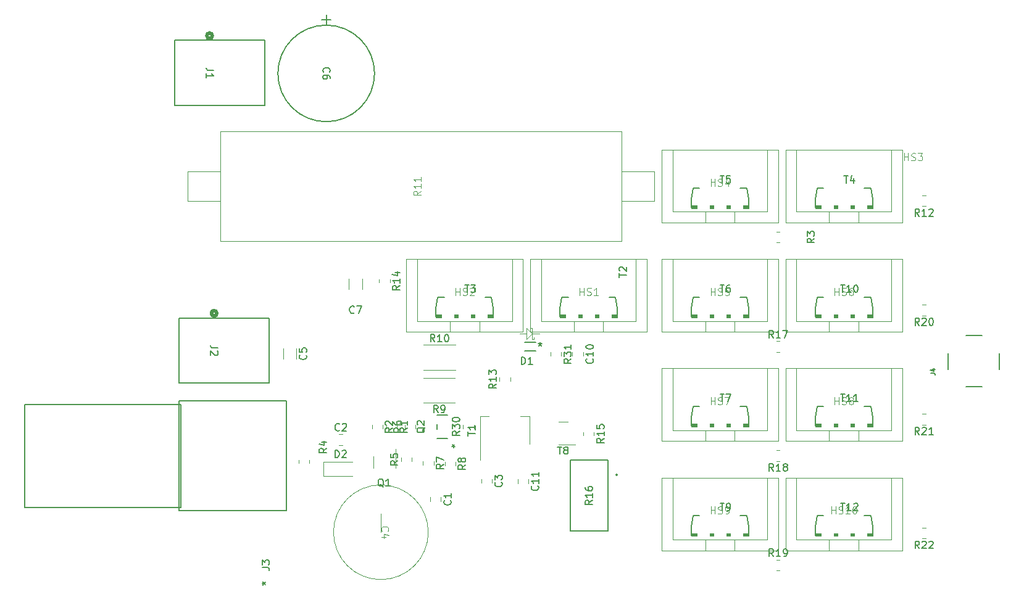
<source format=gbr>
%TF.GenerationSoftware,KiCad,Pcbnew,7.0.7*%
%TF.CreationDate,2024-05-31T20:05:00-04:00*%
%TF.ProjectId,HVHF_IIB,48564846-5f49-4494-922e-6b696361645f,rev?*%
%TF.SameCoordinates,Original*%
%TF.FileFunction,Legend,Top*%
%TF.FilePolarity,Positive*%
%FSLAX46Y46*%
G04 Gerber Fmt 4.6, Leading zero omitted, Abs format (unit mm)*
G04 Created by KiCad (PCBNEW 7.0.7) date 2024-05-31 20:05:00*
%MOMM*%
%LPD*%
G01*
G04 APERTURE LIST*
%ADD10C,0.100000*%
%ADD11C,0.150000*%
%ADD12C,0.120000*%
%ADD13C,0.152400*%
%ADD14C,0.010000*%
%ADD15C,0.508000*%
%ADD16C,0.127000*%
G04 APERTURE END LIST*
D10*
X182761905Y-86957419D02*
X182761905Y-85957419D01*
X182761905Y-86433609D02*
X183333333Y-86433609D01*
X183333333Y-86957419D02*
X183333333Y-85957419D01*
X183761905Y-86909800D02*
X183904762Y-86957419D01*
X183904762Y-86957419D02*
X184142857Y-86957419D01*
X184142857Y-86957419D02*
X184238095Y-86909800D01*
X184238095Y-86909800D02*
X184285714Y-86862180D01*
X184285714Y-86862180D02*
X184333333Y-86766942D01*
X184333333Y-86766942D02*
X184333333Y-86671704D01*
X184333333Y-86671704D02*
X184285714Y-86576466D01*
X184285714Y-86576466D02*
X184238095Y-86528847D01*
X184238095Y-86528847D02*
X184142857Y-86481228D01*
X184142857Y-86481228D02*
X183952381Y-86433609D01*
X183952381Y-86433609D02*
X183857143Y-86385990D01*
X183857143Y-86385990D02*
X183809524Y-86338371D01*
X183809524Y-86338371D02*
X183761905Y-86243133D01*
X183761905Y-86243133D02*
X183761905Y-86147895D01*
X183761905Y-86147895D02*
X183809524Y-86052657D01*
X183809524Y-86052657D02*
X183857143Y-86005038D01*
X183857143Y-86005038D02*
X183952381Y-85957419D01*
X183952381Y-85957419D02*
X184190476Y-85957419D01*
X184190476Y-85957419D02*
X184333333Y-86005038D01*
X185190476Y-86290752D02*
X185190476Y-86957419D01*
X184952381Y-85909800D02*
X184714286Y-86624085D01*
X184714286Y-86624085D02*
X185333333Y-86624085D01*
D11*
X159039580Y-128142857D02*
X159087200Y-128190476D01*
X159087200Y-128190476D02*
X159134819Y-128333333D01*
X159134819Y-128333333D02*
X159134819Y-128428571D01*
X159134819Y-128428571D02*
X159087200Y-128571428D01*
X159087200Y-128571428D02*
X158991961Y-128666666D01*
X158991961Y-128666666D02*
X158896723Y-128714285D01*
X158896723Y-128714285D02*
X158706247Y-128761904D01*
X158706247Y-128761904D02*
X158563390Y-128761904D01*
X158563390Y-128761904D02*
X158372914Y-128714285D01*
X158372914Y-128714285D02*
X158277676Y-128666666D01*
X158277676Y-128666666D02*
X158182438Y-128571428D01*
X158182438Y-128571428D02*
X158134819Y-128428571D01*
X158134819Y-128428571D02*
X158134819Y-128333333D01*
X158134819Y-128333333D02*
X158182438Y-128190476D01*
X158182438Y-128190476D02*
X158230057Y-128142857D01*
X159134819Y-127190476D02*
X159134819Y-127761904D01*
X159134819Y-127476190D02*
X158134819Y-127476190D01*
X158134819Y-127476190D02*
X158277676Y-127571428D01*
X158277676Y-127571428D02*
X158372914Y-127666666D01*
X158372914Y-127666666D02*
X158420533Y-127761904D01*
X159134819Y-126238095D02*
X159134819Y-126809523D01*
X159134819Y-126523809D02*
X158134819Y-126523809D01*
X158134819Y-126523809D02*
X158277676Y-126619047D01*
X158277676Y-126619047D02*
X158372914Y-126714285D01*
X158372914Y-126714285D02*
X158420533Y-126809523D01*
X168104819Y-121612857D02*
X167628628Y-121946190D01*
X168104819Y-122184285D02*
X167104819Y-122184285D01*
X167104819Y-122184285D02*
X167104819Y-121803333D01*
X167104819Y-121803333D02*
X167152438Y-121708095D01*
X167152438Y-121708095D02*
X167200057Y-121660476D01*
X167200057Y-121660476D02*
X167295295Y-121612857D01*
X167295295Y-121612857D02*
X167438152Y-121612857D01*
X167438152Y-121612857D02*
X167533390Y-121660476D01*
X167533390Y-121660476D02*
X167581009Y-121708095D01*
X167581009Y-121708095D02*
X167628628Y-121803333D01*
X167628628Y-121803333D02*
X167628628Y-122184285D01*
X168104819Y-120660476D02*
X168104819Y-121231904D01*
X168104819Y-120946190D02*
X167104819Y-120946190D01*
X167104819Y-120946190D02*
X167247676Y-121041428D01*
X167247676Y-121041428D02*
X167342914Y-121136666D01*
X167342914Y-121136666D02*
X167390533Y-121231904D01*
X167104819Y-119755714D02*
X167104819Y-120231904D01*
X167104819Y-120231904D02*
X167581009Y-120279523D01*
X167581009Y-120279523D02*
X167533390Y-120231904D01*
X167533390Y-120231904D02*
X167485771Y-120136666D01*
X167485771Y-120136666D02*
X167485771Y-119898571D01*
X167485771Y-119898571D02*
X167533390Y-119803333D01*
X167533390Y-119803333D02*
X167581009Y-119755714D01*
X167581009Y-119755714D02*
X167676247Y-119708095D01*
X167676247Y-119708095D02*
X167914342Y-119708095D01*
X167914342Y-119708095D02*
X168009580Y-119755714D01*
X168009580Y-119755714D02*
X168057200Y-119803333D01*
X168057200Y-119803333D02*
X168104819Y-119898571D01*
X168104819Y-119898571D02*
X168104819Y-120136666D01*
X168104819Y-120136666D02*
X168057200Y-120231904D01*
X168057200Y-120231904D02*
X168009580Y-120279523D01*
X184025502Y-85542407D02*
X184597034Y-85542407D01*
X184311268Y-86542588D02*
X184311268Y-85542407D01*
X185406705Y-85542407D02*
X184930428Y-85542407D01*
X184930428Y-85542407D02*
X184882800Y-86018684D01*
X184882800Y-86018684D02*
X184930428Y-85971056D01*
X184930428Y-85971056D02*
X185025683Y-85923429D01*
X185025683Y-85923429D02*
X185263822Y-85923429D01*
X185263822Y-85923429D02*
X185359077Y-85971056D01*
X185359077Y-85971056D02*
X185406705Y-86018684D01*
X185406705Y-86018684D02*
X185454332Y-86113939D01*
X185454332Y-86113939D02*
X185454332Y-86352078D01*
X185454332Y-86352078D02*
X185406705Y-86447333D01*
X185406705Y-86447333D02*
X185359077Y-86494961D01*
X185359077Y-86494961D02*
X185263822Y-86542588D01*
X185263822Y-86542588D02*
X185025683Y-86542588D01*
X185025683Y-86542588D02*
X184930428Y-86494961D01*
X184930428Y-86494961D02*
X184882800Y-86447333D01*
X115165780Y-109200066D02*
X114451495Y-109200066D01*
X114451495Y-109200066D02*
X114308638Y-109152447D01*
X114308638Y-109152447D02*
X114213400Y-109057209D01*
X114213400Y-109057209D02*
X114165780Y-108914352D01*
X114165780Y-108914352D02*
X114165780Y-108819114D01*
X115070542Y-109628638D02*
X115118161Y-109676257D01*
X115118161Y-109676257D02*
X115165780Y-109771495D01*
X115165780Y-109771495D02*
X115165780Y-110009590D01*
X115165780Y-110009590D02*
X115118161Y-110104828D01*
X115118161Y-110104828D02*
X115070542Y-110152447D01*
X115070542Y-110152447D02*
X114975304Y-110200066D01*
X114975304Y-110200066D02*
X114880066Y-110200066D01*
X114880066Y-110200066D02*
X114737209Y-110152447D01*
X114737209Y-110152447D02*
X114165780Y-109581019D01*
X114165780Y-109581019D02*
X114165780Y-110200066D01*
X212916876Y-112681332D02*
X213374019Y-112681332D01*
X213374019Y-112681332D02*
X213465447Y-112711809D01*
X213465447Y-112711809D02*
X213526400Y-112772761D01*
X213526400Y-112772761D02*
X213556876Y-112864190D01*
X213556876Y-112864190D02*
X213556876Y-112925142D01*
X213130209Y-112102285D02*
X213556876Y-112102285D01*
X212886400Y-112254666D02*
X213343542Y-112407047D01*
X213343542Y-112407047D02*
X213343542Y-112010856D01*
X170168722Y-99492042D02*
X170168722Y-98920510D01*
X171168903Y-99206276D02*
X170168722Y-99206276D01*
X170263978Y-98634744D02*
X170216350Y-98587116D01*
X170216350Y-98587116D02*
X170168722Y-98491861D01*
X170168722Y-98491861D02*
X170168722Y-98253723D01*
X170168722Y-98253723D02*
X170216350Y-98158467D01*
X170216350Y-98158467D02*
X170263978Y-98110840D01*
X170263978Y-98110840D02*
X170359233Y-98063212D01*
X170359233Y-98063212D02*
X170454488Y-98063212D01*
X170454488Y-98063212D02*
X170597371Y-98110840D01*
X170597371Y-98110840D02*
X171168903Y-98682372D01*
X171168903Y-98682372D02*
X171168903Y-98063212D01*
D10*
X182761905Y-116957419D02*
X182761905Y-115957419D01*
X182761905Y-116433609D02*
X183333333Y-116433609D01*
X183333333Y-116957419D02*
X183333333Y-115957419D01*
X183761905Y-116909800D02*
X183904762Y-116957419D01*
X183904762Y-116957419D02*
X184142857Y-116957419D01*
X184142857Y-116957419D02*
X184238095Y-116909800D01*
X184238095Y-116909800D02*
X184285714Y-116862180D01*
X184285714Y-116862180D02*
X184333333Y-116766942D01*
X184333333Y-116766942D02*
X184333333Y-116671704D01*
X184333333Y-116671704D02*
X184285714Y-116576466D01*
X184285714Y-116576466D02*
X184238095Y-116528847D01*
X184238095Y-116528847D02*
X184142857Y-116481228D01*
X184142857Y-116481228D02*
X183952381Y-116433609D01*
X183952381Y-116433609D02*
X183857143Y-116385990D01*
X183857143Y-116385990D02*
X183809524Y-116338371D01*
X183809524Y-116338371D02*
X183761905Y-116243133D01*
X183761905Y-116243133D02*
X183761905Y-116147895D01*
X183761905Y-116147895D02*
X183809524Y-116052657D01*
X183809524Y-116052657D02*
X183857143Y-116005038D01*
X183857143Y-116005038D02*
X183952381Y-115957419D01*
X183952381Y-115957419D02*
X184190476Y-115957419D01*
X184190476Y-115957419D02*
X184333333Y-116005038D01*
X184666667Y-115957419D02*
X185333333Y-115957419D01*
X185333333Y-115957419D02*
X184904762Y-116957419D01*
D11*
X184025502Y-100542407D02*
X184597034Y-100542407D01*
X184311268Y-101542588D02*
X184311268Y-100542407D01*
X185359077Y-100542407D02*
X185168566Y-100542407D01*
X185168566Y-100542407D02*
X185073311Y-100590035D01*
X185073311Y-100590035D02*
X185025683Y-100637663D01*
X185025683Y-100637663D02*
X184930428Y-100780546D01*
X184930428Y-100780546D02*
X184882800Y-100971056D01*
X184882800Y-100971056D02*
X184882800Y-101352078D01*
X184882800Y-101352078D02*
X184930428Y-101447333D01*
X184930428Y-101447333D02*
X184978056Y-101494961D01*
X184978056Y-101494961D02*
X185073311Y-101542588D01*
X185073311Y-101542588D02*
X185263822Y-101542588D01*
X185263822Y-101542588D02*
X185359077Y-101494961D01*
X185359077Y-101494961D02*
X185406705Y-101447333D01*
X185406705Y-101447333D02*
X185454332Y-101352078D01*
X185454332Y-101352078D02*
X185454332Y-101113939D01*
X185454332Y-101113939D02*
X185406705Y-101018684D01*
X185406705Y-101018684D02*
X185359077Y-100971056D01*
X185359077Y-100971056D02*
X185263822Y-100923429D01*
X185263822Y-100923429D02*
X185073311Y-100923429D01*
X185073311Y-100923429D02*
X184978056Y-100971056D01*
X184978056Y-100971056D02*
X184930428Y-101018684D01*
X184930428Y-101018684D02*
X184882800Y-101113939D01*
X184025502Y-115542407D02*
X184597034Y-115542407D01*
X184311268Y-116542588D02*
X184311268Y-115542407D01*
X184835173Y-115542407D02*
X185501960Y-115542407D01*
X185501960Y-115542407D02*
X185073311Y-116542588D01*
X211357142Y-136729819D02*
X211023809Y-136253628D01*
X210785714Y-136729819D02*
X210785714Y-135729819D01*
X210785714Y-135729819D02*
X211166666Y-135729819D01*
X211166666Y-135729819D02*
X211261904Y-135777438D01*
X211261904Y-135777438D02*
X211309523Y-135825057D01*
X211309523Y-135825057D02*
X211357142Y-135920295D01*
X211357142Y-135920295D02*
X211357142Y-136063152D01*
X211357142Y-136063152D02*
X211309523Y-136158390D01*
X211309523Y-136158390D02*
X211261904Y-136206009D01*
X211261904Y-136206009D02*
X211166666Y-136253628D01*
X211166666Y-136253628D02*
X210785714Y-136253628D01*
X211738095Y-135825057D02*
X211785714Y-135777438D01*
X211785714Y-135777438D02*
X211880952Y-135729819D01*
X211880952Y-135729819D02*
X212119047Y-135729819D01*
X212119047Y-135729819D02*
X212214285Y-135777438D01*
X212214285Y-135777438D02*
X212261904Y-135825057D01*
X212261904Y-135825057D02*
X212309523Y-135920295D01*
X212309523Y-135920295D02*
X212309523Y-136015533D01*
X212309523Y-136015533D02*
X212261904Y-136158390D01*
X212261904Y-136158390D02*
X211690476Y-136729819D01*
X211690476Y-136729819D02*
X212309523Y-136729819D01*
X212690476Y-135825057D02*
X212738095Y-135777438D01*
X212738095Y-135777438D02*
X212833333Y-135729819D01*
X212833333Y-135729819D02*
X213071428Y-135729819D01*
X213071428Y-135729819D02*
X213166666Y-135777438D01*
X213166666Y-135777438D02*
X213214285Y-135825057D01*
X213214285Y-135825057D02*
X213261904Y-135920295D01*
X213261904Y-135920295D02*
X213261904Y-136015533D01*
X213261904Y-136015533D02*
X213214285Y-136158390D01*
X213214285Y-136158390D02*
X212642857Y-136729819D01*
X212642857Y-136729819D02*
X213261904Y-136729819D01*
X201025502Y-85542407D02*
X201597034Y-85542407D01*
X201311268Y-86542588D02*
X201311268Y-85542407D01*
X202359077Y-85875801D02*
X202359077Y-86542588D01*
X202120939Y-85494780D02*
X201882800Y-86209195D01*
X201882800Y-86209195D02*
X202501960Y-86209195D01*
X131211905Y-124259819D02*
X131211905Y-123259819D01*
X131211905Y-123259819D02*
X131450000Y-123259819D01*
X131450000Y-123259819D02*
X131592857Y-123307438D01*
X131592857Y-123307438D02*
X131688095Y-123402676D01*
X131688095Y-123402676D02*
X131735714Y-123497914D01*
X131735714Y-123497914D02*
X131783333Y-123688390D01*
X131783333Y-123688390D02*
X131783333Y-123831247D01*
X131783333Y-123831247D02*
X131735714Y-124021723D01*
X131735714Y-124021723D02*
X131688095Y-124116961D01*
X131688095Y-124116961D02*
X131592857Y-124212200D01*
X131592857Y-124212200D02*
X131450000Y-124259819D01*
X131450000Y-124259819D02*
X131211905Y-124259819D01*
X132164286Y-123355057D02*
X132211905Y-123307438D01*
X132211905Y-123307438D02*
X132307143Y-123259819D01*
X132307143Y-123259819D02*
X132545238Y-123259819D01*
X132545238Y-123259819D02*
X132640476Y-123307438D01*
X132640476Y-123307438D02*
X132688095Y-123355057D01*
X132688095Y-123355057D02*
X132735714Y-123450295D01*
X132735714Y-123450295D02*
X132735714Y-123545533D01*
X132735714Y-123545533D02*
X132688095Y-123688390D01*
X132688095Y-123688390D02*
X132116667Y-124259819D01*
X132116667Y-124259819D02*
X132735714Y-124259819D01*
X184025502Y-130542407D02*
X184597034Y-130542407D01*
X184311268Y-131542588D02*
X184311268Y-130542407D01*
X184978056Y-131542588D02*
X185168566Y-131542588D01*
X185168566Y-131542588D02*
X185263822Y-131494961D01*
X185263822Y-131494961D02*
X185311449Y-131447333D01*
X185311449Y-131447333D02*
X185406705Y-131304450D01*
X185406705Y-131304450D02*
X185454332Y-131113939D01*
X185454332Y-131113939D02*
X185454332Y-130732918D01*
X185454332Y-130732918D02*
X185406705Y-130637663D01*
X185406705Y-130637663D02*
X185359077Y-130590035D01*
X185359077Y-130590035D02*
X185263822Y-130542407D01*
X185263822Y-130542407D02*
X185073311Y-130542407D01*
X185073311Y-130542407D02*
X184978056Y-130590035D01*
X184978056Y-130590035D02*
X184930428Y-130637663D01*
X184930428Y-130637663D02*
X184882800Y-130732918D01*
X184882800Y-130732918D02*
X184882800Y-130971056D01*
X184882800Y-130971056D02*
X184930428Y-131066312D01*
X184930428Y-131066312D02*
X184978056Y-131113939D01*
X184978056Y-131113939D02*
X185073311Y-131161567D01*
X185073311Y-131161567D02*
X185263822Y-131161567D01*
X185263822Y-131161567D02*
X185359077Y-131113939D01*
X185359077Y-131113939D02*
X185406705Y-131066312D01*
X185406705Y-131066312D02*
X185454332Y-130971056D01*
X131820833Y-120484580D02*
X131773214Y-120532200D01*
X131773214Y-120532200D02*
X131630357Y-120579819D01*
X131630357Y-120579819D02*
X131535119Y-120579819D01*
X131535119Y-120579819D02*
X131392262Y-120532200D01*
X131392262Y-120532200D02*
X131297024Y-120436961D01*
X131297024Y-120436961D02*
X131249405Y-120341723D01*
X131249405Y-120341723D02*
X131201786Y-120151247D01*
X131201786Y-120151247D02*
X131201786Y-120008390D01*
X131201786Y-120008390D02*
X131249405Y-119817914D01*
X131249405Y-119817914D02*
X131297024Y-119722676D01*
X131297024Y-119722676D02*
X131392262Y-119627438D01*
X131392262Y-119627438D02*
X131535119Y-119579819D01*
X131535119Y-119579819D02*
X131630357Y-119579819D01*
X131630357Y-119579819D02*
X131773214Y-119627438D01*
X131773214Y-119627438D02*
X131820833Y-119675057D01*
X132201786Y-119675057D02*
X132249405Y-119627438D01*
X132249405Y-119627438D02*
X132344643Y-119579819D01*
X132344643Y-119579819D02*
X132582738Y-119579819D01*
X132582738Y-119579819D02*
X132677976Y-119627438D01*
X132677976Y-119627438D02*
X132725595Y-119675057D01*
X132725595Y-119675057D02*
X132773214Y-119770295D01*
X132773214Y-119770295D02*
X132773214Y-119865533D01*
X132773214Y-119865533D02*
X132725595Y-120008390D01*
X132725595Y-120008390D02*
X132154167Y-120579819D01*
X132154167Y-120579819D02*
X132773214Y-120579819D01*
X163604819Y-110680357D02*
X163128628Y-111013690D01*
X163604819Y-111251785D02*
X162604819Y-111251785D01*
X162604819Y-111251785D02*
X162604819Y-110870833D01*
X162604819Y-110870833D02*
X162652438Y-110775595D01*
X162652438Y-110775595D02*
X162700057Y-110727976D01*
X162700057Y-110727976D02*
X162795295Y-110680357D01*
X162795295Y-110680357D02*
X162938152Y-110680357D01*
X162938152Y-110680357D02*
X163033390Y-110727976D01*
X163033390Y-110727976D02*
X163081009Y-110775595D01*
X163081009Y-110775595D02*
X163128628Y-110870833D01*
X163128628Y-110870833D02*
X163128628Y-111251785D01*
X162604819Y-110347023D02*
X162604819Y-109727976D01*
X162604819Y-109727976D02*
X162985771Y-110061309D01*
X162985771Y-110061309D02*
X162985771Y-109918452D01*
X162985771Y-109918452D02*
X163033390Y-109823214D01*
X163033390Y-109823214D02*
X163081009Y-109775595D01*
X163081009Y-109775595D02*
X163176247Y-109727976D01*
X163176247Y-109727976D02*
X163414342Y-109727976D01*
X163414342Y-109727976D02*
X163509580Y-109775595D01*
X163509580Y-109775595D02*
X163557200Y-109823214D01*
X163557200Y-109823214D02*
X163604819Y-109918452D01*
X163604819Y-109918452D02*
X163604819Y-110204166D01*
X163604819Y-110204166D02*
X163557200Y-110299404D01*
X163557200Y-110299404D02*
X163509580Y-110347023D01*
X163604819Y-108775595D02*
X163604819Y-109347023D01*
X163604819Y-109061309D02*
X162604819Y-109061309D01*
X162604819Y-109061309D02*
X162747676Y-109156547D01*
X162747676Y-109156547D02*
X162842914Y-109251785D01*
X162842914Y-109251785D02*
X162890533Y-109347023D01*
X141104819Y-120166666D02*
X140628628Y-120499999D01*
X141104819Y-120738094D02*
X140104819Y-120738094D01*
X140104819Y-120738094D02*
X140104819Y-120357142D01*
X140104819Y-120357142D02*
X140152438Y-120261904D01*
X140152438Y-120261904D02*
X140200057Y-120214285D01*
X140200057Y-120214285D02*
X140295295Y-120166666D01*
X140295295Y-120166666D02*
X140438152Y-120166666D01*
X140438152Y-120166666D02*
X140533390Y-120214285D01*
X140533390Y-120214285D02*
X140581009Y-120261904D01*
X140581009Y-120261904D02*
X140628628Y-120357142D01*
X140628628Y-120357142D02*
X140628628Y-120738094D01*
X141104819Y-119214285D02*
X141104819Y-119785713D01*
X141104819Y-119499999D02*
X140104819Y-119499999D01*
X140104819Y-119499999D02*
X140247676Y-119595237D01*
X140247676Y-119595237D02*
X140342914Y-119690475D01*
X140342914Y-119690475D02*
X140390533Y-119785713D01*
X156761905Y-111454819D02*
X156761905Y-110454819D01*
X156761905Y-110454819D02*
X157000000Y-110454819D01*
X157000000Y-110454819D02*
X157142857Y-110502438D01*
X157142857Y-110502438D02*
X157238095Y-110597676D01*
X157238095Y-110597676D02*
X157285714Y-110692914D01*
X157285714Y-110692914D02*
X157333333Y-110883390D01*
X157333333Y-110883390D02*
X157333333Y-111026247D01*
X157333333Y-111026247D02*
X157285714Y-111216723D01*
X157285714Y-111216723D02*
X157238095Y-111311961D01*
X157238095Y-111311961D02*
X157142857Y-111407200D01*
X157142857Y-111407200D02*
X157000000Y-111454819D01*
X157000000Y-111454819D02*
X156761905Y-111454819D01*
X158285714Y-111454819D02*
X157714286Y-111454819D01*
X158000000Y-111454819D02*
X158000000Y-110454819D01*
X158000000Y-110454819D02*
X157904762Y-110597676D01*
X157904762Y-110597676D02*
X157809524Y-110692914D01*
X157809524Y-110692914D02*
X157714286Y-110740533D01*
X159333500Y-108454819D02*
X159333500Y-108692914D01*
X159095405Y-108597676D02*
X159333500Y-108692914D01*
X159333500Y-108692914D02*
X159571595Y-108597676D01*
X159190643Y-108883390D02*
X159333500Y-108692914D01*
X159333500Y-108692914D02*
X159476357Y-108883390D01*
X159333500Y-108454819D02*
X159333500Y-108692914D01*
X159095405Y-108597676D02*
X159333500Y-108692914D01*
X159333500Y-108692914D02*
X159571595Y-108597676D01*
X159190643Y-108883390D02*
X159333500Y-108692914D01*
X159333500Y-108692914D02*
X159476357Y-108883390D01*
X147039580Y-130129166D02*
X147087200Y-130176785D01*
X147087200Y-130176785D02*
X147134819Y-130319642D01*
X147134819Y-130319642D02*
X147134819Y-130414880D01*
X147134819Y-130414880D02*
X147087200Y-130557737D01*
X147087200Y-130557737D02*
X146991961Y-130652975D01*
X146991961Y-130652975D02*
X146896723Y-130700594D01*
X146896723Y-130700594D02*
X146706247Y-130748213D01*
X146706247Y-130748213D02*
X146563390Y-130748213D01*
X146563390Y-130748213D02*
X146372914Y-130700594D01*
X146372914Y-130700594D02*
X146277676Y-130652975D01*
X146277676Y-130652975D02*
X146182438Y-130557737D01*
X146182438Y-130557737D02*
X146134819Y-130414880D01*
X146134819Y-130414880D02*
X146134819Y-130319642D01*
X146134819Y-130319642D02*
X146182438Y-130176785D01*
X146182438Y-130176785D02*
X146230057Y-130129166D01*
X147134819Y-129176785D02*
X147134819Y-129748213D01*
X147134819Y-129462499D02*
X146134819Y-129462499D01*
X146134819Y-129462499D02*
X146277676Y-129557737D01*
X146277676Y-129557737D02*
X146372914Y-129652975D01*
X146372914Y-129652975D02*
X146420533Y-129748213D01*
X140104819Y-100642857D02*
X139628628Y-100976190D01*
X140104819Y-101214285D02*
X139104819Y-101214285D01*
X139104819Y-101214285D02*
X139104819Y-100833333D01*
X139104819Y-100833333D02*
X139152438Y-100738095D01*
X139152438Y-100738095D02*
X139200057Y-100690476D01*
X139200057Y-100690476D02*
X139295295Y-100642857D01*
X139295295Y-100642857D02*
X139438152Y-100642857D01*
X139438152Y-100642857D02*
X139533390Y-100690476D01*
X139533390Y-100690476D02*
X139581009Y-100738095D01*
X139581009Y-100738095D02*
X139628628Y-100833333D01*
X139628628Y-100833333D02*
X139628628Y-101214285D01*
X140104819Y-99690476D02*
X140104819Y-100261904D01*
X140104819Y-99976190D02*
X139104819Y-99976190D01*
X139104819Y-99976190D02*
X139247676Y-100071428D01*
X139247676Y-100071428D02*
X139342914Y-100166666D01*
X139342914Y-100166666D02*
X139390533Y-100261904D01*
X139438152Y-98833333D02*
X140104819Y-98833333D01*
X139057200Y-99071428D02*
X139771485Y-99309523D01*
X139771485Y-99309523D02*
X139771485Y-98690476D01*
D10*
X199761905Y-101957419D02*
X199761905Y-100957419D01*
X199761905Y-101433609D02*
X200333333Y-101433609D01*
X200333333Y-101957419D02*
X200333333Y-100957419D01*
X200761905Y-101909800D02*
X200904762Y-101957419D01*
X200904762Y-101957419D02*
X201142857Y-101957419D01*
X201142857Y-101957419D02*
X201238095Y-101909800D01*
X201238095Y-101909800D02*
X201285714Y-101862180D01*
X201285714Y-101862180D02*
X201333333Y-101766942D01*
X201333333Y-101766942D02*
X201333333Y-101671704D01*
X201333333Y-101671704D02*
X201285714Y-101576466D01*
X201285714Y-101576466D02*
X201238095Y-101528847D01*
X201238095Y-101528847D02*
X201142857Y-101481228D01*
X201142857Y-101481228D02*
X200952381Y-101433609D01*
X200952381Y-101433609D02*
X200857143Y-101385990D01*
X200857143Y-101385990D02*
X200809524Y-101338371D01*
X200809524Y-101338371D02*
X200761905Y-101243133D01*
X200761905Y-101243133D02*
X200761905Y-101147895D01*
X200761905Y-101147895D02*
X200809524Y-101052657D01*
X200809524Y-101052657D02*
X200857143Y-101005038D01*
X200857143Y-101005038D02*
X200952381Y-100957419D01*
X200952381Y-100957419D02*
X201190476Y-100957419D01*
X201190476Y-100957419D02*
X201333333Y-101005038D01*
X202190476Y-100957419D02*
X202000000Y-100957419D01*
X202000000Y-100957419D02*
X201904762Y-101005038D01*
X201904762Y-101005038D02*
X201857143Y-101052657D01*
X201857143Y-101052657D02*
X201761905Y-101195514D01*
X201761905Y-101195514D02*
X201714286Y-101385990D01*
X201714286Y-101385990D02*
X201714286Y-101766942D01*
X201714286Y-101766942D02*
X201761905Y-101862180D01*
X201761905Y-101862180D02*
X201809524Y-101909800D01*
X201809524Y-101909800D02*
X201904762Y-101957419D01*
X201904762Y-101957419D02*
X202095238Y-101957419D01*
X202095238Y-101957419D02*
X202190476Y-101909800D01*
X202190476Y-101909800D02*
X202238095Y-101862180D01*
X202238095Y-101862180D02*
X202285714Y-101766942D01*
X202285714Y-101766942D02*
X202285714Y-101528847D01*
X202285714Y-101528847D02*
X202238095Y-101433609D01*
X202238095Y-101433609D02*
X202190476Y-101385990D01*
X202190476Y-101385990D02*
X202095238Y-101338371D01*
X202095238Y-101338371D02*
X201904762Y-101338371D01*
X201904762Y-101338371D02*
X201809524Y-101385990D01*
X201809524Y-101385990D02*
X201761905Y-101433609D01*
X201761905Y-101433609D02*
X201714286Y-101528847D01*
X182761905Y-101957419D02*
X182761905Y-100957419D01*
X182761905Y-101433609D02*
X183333333Y-101433609D01*
X183333333Y-101957419D02*
X183333333Y-100957419D01*
X183761905Y-101909800D02*
X183904762Y-101957419D01*
X183904762Y-101957419D02*
X184142857Y-101957419D01*
X184142857Y-101957419D02*
X184238095Y-101909800D01*
X184238095Y-101909800D02*
X184285714Y-101862180D01*
X184285714Y-101862180D02*
X184333333Y-101766942D01*
X184333333Y-101766942D02*
X184333333Y-101671704D01*
X184333333Y-101671704D02*
X184285714Y-101576466D01*
X184285714Y-101576466D02*
X184238095Y-101528847D01*
X184238095Y-101528847D02*
X184142857Y-101481228D01*
X184142857Y-101481228D02*
X183952381Y-101433609D01*
X183952381Y-101433609D02*
X183857143Y-101385990D01*
X183857143Y-101385990D02*
X183809524Y-101338371D01*
X183809524Y-101338371D02*
X183761905Y-101243133D01*
X183761905Y-101243133D02*
X183761905Y-101147895D01*
X183761905Y-101147895D02*
X183809524Y-101052657D01*
X183809524Y-101052657D02*
X183857143Y-101005038D01*
X183857143Y-101005038D02*
X183952381Y-100957419D01*
X183952381Y-100957419D02*
X184190476Y-100957419D01*
X184190476Y-100957419D02*
X184333333Y-101005038D01*
X185238095Y-100957419D02*
X184761905Y-100957419D01*
X184761905Y-100957419D02*
X184714286Y-101433609D01*
X184714286Y-101433609D02*
X184761905Y-101385990D01*
X184761905Y-101385990D02*
X184857143Y-101338371D01*
X184857143Y-101338371D02*
X185095238Y-101338371D01*
X185095238Y-101338371D02*
X185190476Y-101385990D01*
X185190476Y-101385990D02*
X185238095Y-101433609D01*
X185238095Y-101433609D02*
X185285714Y-101528847D01*
X185285714Y-101528847D02*
X185285714Y-101766942D01*
X185285714Y-101766942D02*
X185238095Y-101862180D01*
X185238095Y-101862180D02*
X185190476Y-101909800D01*
X185190476Y-101909800D02*
X185095238Y-101957419D01*
X185095238Y-101957419D02*
X184857143Y-101957419D01*
X184857143Y-101957419D02*
X184761905Y-101909800D01*
X184761905Y-101909800D02*
X184714286Y-101862180D01*
D11*
X200549226Y-130542407D02*
X201120758Y-130542407D01*
X200834992Y-131542588D02*
X200834992Y-130542407D01*
X201978056Y-131542588D02*
X201406524Y-131542588D01*
X201692290Y-131542588D02*
X201692290Y-130542407D01*
X201692290Y-130542407D02*
X201597035Y-130685290D01*
X201597035Y-130685290D02*
X201501780Y-130780546D01*
X201501780Y-130780546D02*
X201406524Y-130828173D01*
X202359077Y-130637663D02*
X202406705Y-130590035D01*
X202406705Y-130590035D02*
X202501960Y-130542407D01*
X202501960Y-130542407D02*
X202740099Y-130542407D01*
X202740099Y-130542407D02*
X202835354Y-130590035D01*
X202835354Y-130590035D02*
X202882982Y-130637663D01*
X202882982Y-130637663D02*
X202930609Y-130732918D01*
X202930609Y-130732918D02*
X202930609Y-130828173D01*
X202930609Y-130828173D02*
X202882982Y-130971056D01*
X202882982Y-130971056D02*
X202311450Y-131542588D01*
X202311450Y-131542588D02*
X202930609Y-131542588D01*
X161738095Y-122774819D02*
X162309523Y-122774819D01*
X162023809Y-123774819D02*
X162023809Y-122774819D01*
X162785714Y-123203390D02*
X162690476Y-123155771D01*
X162690476Y-123155771D02*
X162642857Y-123108152D01*
X162642857Y-123108152D02*
X162595238Y-123012914D01*
X162595238Y-123012914D02*
X162595238Y-122965295D01*
X162595238Y-122965295D02*
X162642857Y-122870057D01*
X162642857Y-122870057D02*
X162690476Y-122822438D01*
X162690476Y-122822438D02*
X162785714Y-122774819D01*
X162785714Y-122774819D02*
X162976190Y-122774819D01*
X162976190Y-122774819D02*
X163071428Y-122822438D01*
X163071428Y-122822438D02*
X163119047Y-122870057D01*
X163119047Y-122870057D02*
X163166666Y-122965295D01*
X163166666Y-122965295D02*
X163166666Y-123012914D01*
X163166666Y-123012914D02*
X163119047Y-123108152D01*
X163119047Y-123108152D02*
X163071428Y-123155771D01*
X163071428Y-123155771D02*
X162976190Y-123203390D01*
X162976190Y-123203390D02*
X162785714Y-123203390D01*
X162785714Y-123203390D02*
X162690476Y-123251009D01*
X162690476Y-123251009D02*
X162642857Y-123298628D01*
X162642857Y-123298628D02*
X162595238Y-123393866D01*
X162595238Y-123393866D02*
X162595238Y-123584342D01*
X162595238Y-123584342D02*
X162642857Y-123679580D01*
X162642857Y-123679580D02*
X162690476Y-123727200D01*
X162690476Y-123727200D02*
X162785714Y-123774819D01*
X162785714Y-123774819D02*
X162976190Y-123774819D01*
X162976190Y-123774819D02*
X163071428Y-123727200D01*
X163071428Y-123727200D02*
X163119047Y-123679580D01*
X163119047Y-123679580D02*
X163166666Y-123584342D01*
X163166666Y-123584342D02*
X163166666Y-123393866D01*
X163166666Y-123393866D02*
X163119047Y-123298628D01*
X163119047Y-123298628D02*
X163071428Y-123251009D01*
X163071428Y-123251009D02*
X162976190Y-123203390D01*
X191357142Y-126104819D02*
X191023809Y-125628628D01*
X190785714Y-126104819D02*
X190785714Y-125104819D01*
X190785714Y-125104819D02*
X191166666Y-125104819D01*
X191166666Y-125104819D02*
X191261904Y-125152438D01*
X191261904Y-125152438D02*
X191309523Y-125200057D01*
X191309523Y-125200057D02*
X191357142Y-125295295D01*
X191357142Y-125295295D02*
X191357142Y-125438152D01*
X191357142Y-125438152D02*
X191309523Y-125533390D01*
X191309523Y-125533390D02*
X191261904Y-125581009D01*
X191261904Y-125581009D02*
X191166666Y-125628628D01*
X191166666Y-125628628D02*
X190785714Y-125628628D01*
X192309523Y-126104819D02*
X191738095Y-126104819D01*
X192023809Y-126104819D02*
X192023809Y-125104819D01*
X192023809Y-125104819D02*
X191928571Y-125247676D01*
X191928571Y-125247676D02*
X191833333Y-125342914D01*
X191833333Y-125342914D02*
X191738095Y-125390533D01*
X192880952Y-125533390D02*
X192785714Y-125485771D01*
X192785714Y-125485771D02*
X192738095Y-125438152D01*
X192738095Y-125438152D02*
X192690476Y-125342914D01*
X192690476Y-125342914D02*
X192690476Y-125295295D01*
X192690476Y-125295295D02*
X192738095Y-125200057D01*
X192738095Y-125200057D02*
X192785714Y-125152438D01*
X192785714Y-125152438D02*
X192880952Y-125104819D01*
X192880952Y-125104819D02*
X193071428Y-125104819D01*
X193071428Y-125104819D02*
X193166666Y-125152438D01*
X193166666Y-125152438D02*
X193214285Y-125200057D01*
X193214285Y-125200057D02*
X193261904Y-125295295D01*
X193261904Y-125295295D02*
X193261904Y-125342914D01*
X193261904Y-125342914D02*
X193214285Y-125438152D01*
X193214285Y-125438152D02*
X193166666Y-125485771D01*
X193166666Y-125485771D02*
X193071428Y-125533390D01*
X193071428Y-125533390D02*
X192880952Y-125533390D01*
X192880952Y-125533390D02*
X192785714Y-125581009D01*
X192785714Y-125581009D02*
X192738095Y-125628628D01*
X192738095Y-125628628D02*
X192690476Y-125723866D01*
X192690476Y-125723866D02*
X192690476Y-125914342D01*
X192690476Y-125914342D02*
X192738095Y-126009580D01*
X192738095Y-126009580D02*
X192785714Y-126057200D01*
X192785714Y-126057200D02*
X192880952Y-126104819D01*
X192880952Y-126104819D02*
X193071428Y-126104819D01*
X193071428Y-126104819D02*
X193166666Y-126057200D01*
X193166666Y-126057200D02*
X193214285Y-126009580D01*
X193214285Y-126009580D02*
X193261904Y-125914342D01*
X193261904Y-125914342D02*
X193261904Y-125723866D01*
X193261904Y-125723866D02*
X193214285Y-125628628D01*
X193214285Y-125628628D02*
X193166666Y-125581009D01*
X193166666Y-125581009D02*
X193071428Y-125533390D01*
X133833333Y-104359580D02*
X133785714Y-104407200D01*
X133785714Y-104407200D02*
X133642857Y-104454819D01*
X133642857Y-104454819D02*
X133547619Y-104454819D01*
X133547619Y-104454819D02*
X133404762Y-104407200D01*
X133404762Y-104407200D02*
X133309524Y-104311961D01*
X133309524Y-104311961D02*
X133261905Y-104216723D01*
X133261905Y-104216723D02*
X133214286Y-104026247D01*
X133214286Y-104026247D02*
X133214286Y-103883390D01*
X133214286Y-103883390D02*
X133261905Y-103692914D01*
X133261905Y-103692914D02*
X133309524Y-103597676D01*
X133309524Y-103597676D02*
X133404762Y-103502438D01*
X133404762Y-103502438D02*
X133547619Y-103454819D01*
X133547619Y-103454819D02*
X133642857Y-103454819D01*
X133642857Y-103454819D02*
X133785714Y-103502438D01*
X133785714Y-103502438D02*
X133833333Y-103550057D01*
X134166667Y-103454819D02*
X134833333Y-103454819D01*
X134833333Y-103454819D02*
X134404762Y-104454819D01*
X153304819Y-114142857D02*
X152828628Y-114476190D01*
X153304819Y-114714285D02*
X152304819Y-114714285D01*
X152304819Y-114714285D02*
X152304819Y-114333333D01*
X152304819Y-114333333D02*
X152352438Y-114238095D01*
X152352438Y-114238095D02*
X152400057Y-114190476D01*
X152400057Y-114190476D02*
X152495295Y-114142857D01*
X152495295Y-114142857D02*
X152638152Y-114142857D01*
X152638152Y-114142857D02*
X152733390Y-114190476D01*
X152733390Y-114190476D02*
X152781009Y-114238095D01*
X152781009Y-114238095D02*
X152828628Y-114333333D01*
X152828628Y-114333333D02*
X152828628Y-114714285D01*
X153304819Y-113190476D02*
X153304819Y-113761904D01*
X153304819Y-113476190D02*
X152304819Y-113476190D01*
X152304819Y-113476190D02*
X152447676Y-113571428D01*
X152447676Y-113571428D02*
X152542914Y-113666666D01*
X152542914Y-113666666D02*
X152590533Y-113761904D01*
X152304819Y-112857142D02*
X152304819Y-112238095D01*
X152304819Y-112238095D02*
X152685771Y-112571428D01*
X152685771Y-112571428D02*
X152685771Y-112428571D01*
X152685771Y-112428571D02*
X152733390Y-112333333D01*
X152733390Y-112333333D02*
X152781009Y-112285714D01*
X152781009Y-112285714D02*
X152876247Y-112238095D01*
X152876247Y-112238095D02*
X153114342Y-112238095D01*
X153114342Y-112238095D02*
X153209580Y-112285714D01*
X153209580Y-112285714D02*
X153257200Y-112333333D01*
X153257200Y-112333333D02*
X153304819Y-112428571D01*
X153304819Y-112428571D02*
X153304819Y-112714285D01*
X153304819Y-112714285D02*
X153257200Y-112809523D01*
X153257200Y-112809523D02*
X153209580Y-112857142D01*
D10*
X199285714Y-131957419D02*
X199285714Y-130957419D01*
X199285714Y-131433609D02*
X199857142Y-131433609D01*
X199857142Y-131957419D02*
X199857142Y-130957419D01*
X200285714Y-131909800D02*
X200428571Y-131957419D01*
X200428571Y-131957419D02*
X200666666Y-131957419D01*
X200666666Y-131957419D02*
X200761904Y-131909800D01*
X200761904Y-131909800D02*
X200809523Y-131862180D01*
X200809523Y-131862180D02*
X200857142Y-131766942D01*
X200857142Y-131766942D02*
X200857142Y-131671704D01*
X200857142Y-131671704D02*
X200809523Y-131576466D01*
X200809523Y-131576466D02*
X200761904Y-131528847D01*
X200761904Y-131528847D02*
X200666666Y-131481228D01*
X200666666Y-131481228D02*
X200476190Y-131433609D01*
X200476190Y-131433609D02*
X200380952Y-131385990D01*
X200380952Y-131385990D02*
X200333333Y-131338371D01*
X200333333Y-131338371D02*
X200285714Y-131243133D01*
X200285714Y-131243133D02*
X200285714Y-131147895D01*
X200285714Y-131147895D02*
X200333333Y-131052657D01*
X200333333Y-131052657D02*
X200380952Y-131005038D01*
X200380952Y-131005038D02*
X200476190Y-130957419D01*
X200476190Y-130957419D02*
X200714285Y-130957419D01*
X200714285Y-130957419D02*
X200857142Y-131005038D01*
X201809523Y-131957419D02*
X201238095Y-131957419D01*
X201523809Y-131957419D02*
X201523809Y-130957419D01*
X201523809Y-130957419D02*
X201428571Y-131100276D01*
X201428571Y-131100276D02*
X201333333Y-131195514D01*
X201333333Y-131195514D02*
X201238095Y-131243133D01*
X202428571Y-130957419D02*
X202523809Y-130957419D01*
X202523809Y-130957419D02*
X202619047Y-131005038D01*
X202619047Y-131005038D02*
X202666666Y-131052657D01*
X202666666Y-131052657D02*
X202714285Y-131147895D01*
X202714285Y-131147895D02*
X202761904Y-131338371D01*
X202761904Y-131338371D02*
X202761904Y-131576466D01*
X202761904Y-131576466D02*
X202714285Y-131766942D01*
X202714285Y-131766942D02*
X202666666Y-131862180D01*
X202666666Y-131862180D02*
X202619047Y-131909800D01*
X202619047Y-131909800D02*
X202523809Y-131957419D01*
X202523809Y-131957419D02*
X202428571Y-131957419D01*
X202428571Y-131957419D02*
X202333333Y-131909800D01*
X202333333Y-131909800D02*
X202285714Y-131862180D01*
X202285714Y-131862180D02*
X202238095Y-131766942D01*
X202238095Y-131766942D02*
X202190476Y-131576466D01*
X202190476Y-131576466D02*
X202190476Y-131338371D01*
X202190476Y-131338371D02*
X202238095Y-131147895D01*
X202238095Y-131147895D02*
X202285714Y-131052657D01*
X202285714Y-131052657D02*
X202333333Y-131005038D01*
X202333333Y-131005038D02*
X202428571Y-130957419D01*
X137637819Y-134333333D02*
X137590200Y-134285714D01*
X137590200Y-134285714D02*
X137542580Y-134142857D01*
X137542580Y-134142857D02*
X137542580Y-134047619D01*
X137542580Y-134047619D02*
X137590200Y-133904762D01*
X137590200Y-133904762D02*
X137685438Y-133809524D01*
X137685438Y-133809524D02*
X137780676Y-133761905D01*
X137780676Y-133761905D02*
X137971152Y-133714286D01*
X137971152Y-133714286D02*
X138114009Y-133714286D01*
X138114009Y-133714286D02*
X138304485Y-133761905D01*
X138304485Y-133761905D02*
X138399723Y-133809524D01*
X138399723Y-133809524D02*
X138494961Y-133904762D01*
X138494961Y-133904762D02*
X138542580Y-134047619D01*
X138542580Y-134047619D02*
X138542580Y-134142857D01*
X138542580Y-134142857D02*
X138494961Y-134285714D01*
X138494961Y-134285714D02*
X138447342Y-134333333D01*
X138209247Y-135190476D02*
X137542580Y-135190476D01*
X138590200Y-134952381D02*
X137875914Y-134714286D01*
X137875914Y-134714286D02*
X137875914Y-135333333D01*
D11*
X149104819Y-125246666D02*
X148628628Y-125579999D01*
X149104819Y-125818094D02*
X148104819Y-125818094D01*
X148104819Y-125818094D02*
X148104819Y-125437142D01*
X148104819Y-125437142D02*
X148152438Y-125341904D01*
X148152438Y-125341904D02*
X148200057Y-125294285D01*
X148200057Y-125294285D02*
X148295295Y-125246666D01*
X148295295Y-125246666D02*
X148438152Y-125246666D01*
X148438152Y-125246666D02*
X148533390Y-125294285D01*
X148533390Y-125294285D02*
X148581009Y-125341904D01*
X148581009Y-125341904D02*
X148628628Y-125437142D01*
X148628628Y-125437142D02*
X148628628Y-125818094D01*
X148533390Y-124675237D02*
X148485771Y-124770475D01*
X148485771Y-124770475D02*
X148438152Y-124818094D01*
X148438152Y-124818094D02*
X148342914Y-124865713D01*
X148342914Y-124865713D02*
X148295295Y-124865713D01*
X148295295Y-124865713D02*
X148200057Y-124818094D01*
X148200057Y-124818094D02*
X148152438Y-124770475D01*
X148152438Y-124770475D02*
X148104819Y-124675237D01*
X148104819Y-124675237D02*
X148104819Y-124484761D01*
X148104819Y-124484761D02*
X148152438Y-124389523D01*
X148152438Y-124389523D02*
X148200057Y-124341904D01*
X148200057Y-124341904D02*
X148295295Y-124294285D01*
X148295295Y-124294285D02*
X148342914Y-124294285D01*
X148342914Y-124294285D02*
X148438152Y-124341904D01*
X148438152Y-124341904D02*
X148485771Y-124389523D01*
X148485771Y-124389523D02*
X148533390Y-124484761D01*
X148533390Y-124484761D02*
X148533390Y-124675237D01*
X148533390Y-124675237D02*
X148581009Y-124770475D01*
X148581009Y-124770475D02*
X148628628Y-124818094D01*
X148628628Y-124818094D02*
X148723866Y-124865713D01*
X148723866Y-124865713D02*
X148914342Y-124865713D01*
X148914342Y-124865713D02*
X149009580Y-124818094D01*
X149009580Y-124818094D02*
X149057200Y-124770475D01*
X149057200Y-124770475D02*
X149104819Y-124675237D01*
X149104819Y-124675237D02*
X149104819Y-124484761D01*
X149104819Y-124484761D02*
X149057200Y-124389523D01*
X149057200Y-124389523D02*
X149009580Y-124341904D01*
X149009580Y-124341904D02*
X148914342Y-124294285D01*
X148914342Y-124294285D02*
X148723866Y-124294285D01*
X148723866Y-124294285D02*
X148628628Y-124341904D01*
X148628628Y-124341904D02*
X148581009Y-124389523D01*
X148581009Y-124389523D02*
X148533390Y-124484761D01*
D10*
X182761905Y-131957419D02*
X182761905Y-130957419D01*
X182761905Y-131433609D02*
X183333333Y-131433609D01*
X183333333Y-131957419D02*
X183333333Y-130957419D01*
X183761905Y-131909800D02*
X183904762Y-131957419D01*
X183904762Y-131957419D02*
X184142857Y-131957419D01*
X184142857Y-131957419D02*
X184238095Y-131909800D01*
X184238095Y-131909800D02*
X184285714Y-131862180D01*
X184285714Y-131862180D02*
X184333333Y-131766942D01*
X184333333Y-131766942D02*
X184333333Y-131671704D01*
X184333333Y-131671704D02*
X184285714Y-131576466D01*
X184285714Y-131576466D02*
X184238095Y-131528847D01*
X184238095Y-131528847D02*
X184142857Y-131481228D01*
X184142857Y-131481228D02*
X183952381Y-131433609D01*
X183952381Y-131433609D02*
X183857143Y-131385990D01*
X183857143Y-131385990D02*
X183809524Y-131338371D01*
X183809524Y-131338371D02*
X183761905Y-131243133D01*
X183761905Y-131243133D02*
X183761905Y-131147895D01*
X183761905Y-131147895D02*
X183809524Y-131052657D01*
X183809524Y-131052657D02*
X183857143Y-131005038D01*
X183857143Y-131005038D02*
X183952381Y-130957419D01*
X183952381Y-130957419D02*
X184190476Y-130957419D01*
X184190476Y-130957419D02*
X184333333Y-131005038D01*
X184809524Y-131957419D02*
X185000000Y-131957419D01*
X185000000Y-131957419D02*
X185095238Y-131909800D01*
X185095238Y-131909800D02*
X185142857Y-131862180D01*
X185142857Y-131862180D02*
X185238095Y-131719323D01*
X185238095Y-131719323D02*
X185285714Y-131528847D01*
X185285714Y-131528847D02*
X185285714Y-131147895D01*
X185285714Y-131147895D02*
X185238095Y-131052657D01*
X185238095Y-131052657D02*
X185190476Y-131005038D01*
X185190476Y-131005038D02*
X185095238Y-130957419D01*
X185095238Y-130957419D02*
X184904762Y-130957419D01*
X184904762Y-130957419D02*
X184809524Y-131005038D01*
X184809524Y-131005038D02*
X184761905Y-131052657D01*
X184761905Y-131052657D02*
X184714286Y-131147895D01*
X184714286Y-131147895D02*
X184714286Y-131385990D01*
X184714286Y-131385990D02*
X184761905Y-131481228D01*
X184761905Y-131481228D02*
X184809524Y-131528847D01*
X184809524Y-131528847D02*
X184904762Y-131576466D01*
X184904762Y-131576466D02*
X185095238Y-131576466D01*
X185095238Y-131576466D02*
X185190476Y-131528847D01*
X185190476Y-131528847D02*
X185238095Y-131481228D01*
X185238095Y-131481228D02*
X185285714Y-131385990D01*
D11*
X144894642Y-108334819D02*
X144561309Y-107858628D01*
X144323214Y-108334819D02*
X144323214Y-107334819D01*
X144323214Y-107334819D02*
X144704166Y-107334819D01*
X144704166Y-107334819D02*
X144799404Y-107382438D01*
X144799404Y-107382438D02*
X144847023Y-107430057D01*
X144847023Y-107430057D02*
X144894642Y-107525295D01*
X144894642Y-107525295D02*
X144894642Y-107668152D01*
X144894642Y-107668152D02*
X144847023Y-107763390D01*
X144847023Y-107763390D02*
X144799404Y-107811009D01*
X144799404Y-107811009D02*
X144704166Y-107858628D01*
X144704166Y-107858628D02*
X144323214Y-107858628D01*
X145847023Y-108334819D02*
X145275595Y-108334819D01*
X145561309Y-108334819D02*
X145561309Y-107334819D01*
X145561309Y-107334819D02*
X145466071Y-107477676D01*
X145466071Y-107477676D02*
X145370833Y-107572914D01*
X145370833Y-107572914D02*
X145275595Y-107620533D01*
X146466071Y-107334819D02*
X146561309Y-107334819D01*
X146561309Y-107334819D02*
X146656547Y-107382438D01*
X146656547Y-107382438D02*
X146704166Y-107430057D01*
X146704166Y-107430057D02*
X146751785Y-107525295D01*
X146751785Y-107525295D02*
X146799404Y-107715771D01*
X146799404Y-107715771D02*
X146799404Y-107953866D01*
X146799404Y-107953866D02*
X146751785Y-108144342D01*
X146751785Y-108144342D02*
X146704166Y-108239580D01*
X146704166Y-108239580D02*
X146656547Y-108287200D01*
X146656547Y-108287200D02*
X146561309Y-108334819D01*
X146561309Y-108334819D02*
X146466071Y-108334819D01*
X146466071Y-108334819D02*
X146370833Y-108287200D01*
X146370833Y-108287200D02*
X146323214Y-108239580D01*
X146323214Y-108239580D02*
X146275595Y-108144342D01*
X146275595Y-108144342D02*
X146227976Y-107953866D01*
X146227976Y-107953866D02*
X146227976Y-107715771D01*
X146227976Y-107715771D02*
X146275595Y-107525295D01*
X146275595Y-107525295D02*
X146323214Y-107430057D01*
X146323214Y-107430057D02*
X146370833Y-107382438D01*
X146370833Y-107382438D02*
X146466071Y-107334819D01*
X200549226Y-115542407D02*
X201120758Y-115542407D01*
X200834992Y-116542588D02*
X200834992Y-115542407D01*
X201978056Y-116542588D02*
X201406524Y-116542588D01*
X201692290Y-116542588D02*
X201692290Y-115542407D01*
X201692290Y-115542407D02*
X201597035Y-115685290D01*
X201597035Y-115685290D02*
X201501780Y-115780546D01*
X201501780Y-115780546D02*
X201406524Y-115828173D01*
X202930609Y-116542588D02*
X202359077Y-116542588D01*
X202644843Y-116542588D02*
X202644843Y-115542407D01*
X202644843Y-115542407D02*
X202549588Y-115685290D01*
X202549588Y-115685290D02*
X202454333Y-115780546D01*
X202454333Y-115780546D02*
X202359077Y-115828173D01*
X211357142Y-91104819D02*
X211023809Y-90628628D01*
X210785714Y-91104819D02*
X210785714Y-90104819D01*
X210785714Y-90104819D02*
X211166666Y-90104819D01*
X211166666Y-90104819D02*
X211261904Y-90152438D01*
X211261904Y-90152438D02*
X211309523Y-90200057D01*
X211309523Y-90200057D02*
X211357142Y-90295295D01*
X211357142Y-90295295D02*
X211357142Y-90438152D01*
X211357142Y-90438152D02*
X211309523Y-90533390D01*
X211309523Y-90533390D02*
X211261904Y-90581009D01*
X211261904Y-90581009D02*
X211166666Y-90628628D01*
X211166666Y-90628628D02*
X210785714Y-90628628D01*
X212309523Y-91104819D02*
X211738095Y-91104819D01*
X212023809Y-91104819D02*
X212023809Y-90104819D01*
X212023809Y-90104819D02*
X211928571Y-90247676D01*
X211928571Y-90247676D02*
X211833333Y-90342914D01*
X211833333Y-90342914D02*
X211738095Y-90390533D01*
X212690476Y-90200057D02*
X212738095Y-90152438D01*
X212738095Y-90152438D02*
X212833333Y-90104819D01*
X212833333Y-90104819D02*
X213071428Y-90104819D01*
X213071428Y-90104819D02*
X213166666Y-90152438D01*
X213166666Y-90152438D02*
X213214285Y-90200057D01*
X213214285Y-90200057D02*
X213261904Y-90295295D01*
X213261904Y-90295295D02*
X213261904Y-90390533D01*
X213261904Y-90390533D02*
X213214285Y-90533390D01*
X213214285Y-90533390D02*
X212642857Y-91104819D01*
X212642857Y-91104819D02*
X213261904Y-91104819D01*
X137854761Y-128275057D02*
X137759523Y-128227438D01*
X137759523Y-128227438D02*
X137664285Y-128132200D01*
X137664285Y-128132200D02*
X137521428Y-127989342D01*
X137521428Y-127989342D02*
X137426190Y-127941723D01*
X137426190Y-127941723D02*
X137330952Y-127941723D01*
X137378571Y-128179819D02*
X137283333Y-128132200D01*
X137283333Y-128132200D02*
X137188095Y-128036961D01*
X137188095Y-128036961D02*
X137140476Y-127846485D01*
X137140476Y-127846485D02*
X137140476Y-127513152D01*
X137140476Y-127513152D02*
X137188095Y-127322676D01*
X137188095Y-127322676D02*
X137283333Y-127227438D01*
X137283333Y-127227438D02*
X137378571Y-127179819D01*
X137378571Y-127179819D02*
X137569047Y-127179819D01*
X137569047Y-127179819D02*
X137664285Y-127227438D01*
X137664285Y-127227438D02*
X137759523Y-127322676D01*
X137759523Y-127322676D02*
X137807142Y-127513152D01*
X137807142Y-127513152D02*
X137807142Y-127846485D01*
X137807142Y-127846485D02*
X137759523Y-128036961D01*
X137759523Y-128036961D02*
X137664285Y-128132200D01*
X137664285Y-128132200D02*
X137569047Y-128179819D01*
X137569047Y-128179819D02*
X137378571Y-128179819D01*
X138759523Y-128179819D02*
X138188095Y-128179819D01*
X138473809Y-128179819D02*
X138473809Y-127179819D01*
X138473809Y-127179819D02*
X138378571Y-127322676D01*
X138378571Y-127322676D02*
X138283333Y-127417914D01*
X138283333Y-127417914D02*
X138188095Y-127465533D01*
D10*
X199761905Y-116957419D02*
X199761905Y-115957419D01*
X199761905Y-116433609D02*
X200333333Y-116433609D01*
X200333333Y-116957419D02*
X200333333Y-115957419D01*
X200761905Y-116909800D02*
X200904762Y-116957419D01*
X200904762Y-116957419D02*
X201142857Y-116957419D01*
X201142857Y-116957419D02*
X201238095Y-116909800D01*
X201238095Y-116909800D02*
X201285714Y-116862180D01*
X201285714Y-116862180D02*
X201333333Y-116766942D01*
X201333333Y-116766942D02*
X201333333Y-116671704D01*
X201333333Y-116671704D02*
X201285714Y-116576466D01*
X201285714Y-116576466D02*
X201238095Y-116528847D01*
X201238095Y-116528847D02*
X201142857Y-116481228D01*
X201142857Y-116481228D02*
X200952381Y-116433609D01*
X200952381Y-116433609D02*
X200857143Y-116385990D01*
X200857143Y-116385990D02*
X200809524Y-116338371D01*
X200809524Y-116338371D02*
X200761905Y-116243133D01*
X200761905Y-116243133D02*
X200761905Y-116147895D01*
X200761905Y-116147895D02*
X200809524Y-116052657D01*
X200809524Y-116052657D02*
X200857143Y-116005038D01*
X200857143Y-116005038D02*
X200952381Y-115957419D01*
X200952381Y-115957419D02*
X201190476Y-115957419D01*
X201190476Y-115957419D02*
X201333333Y-116005038D01*
X201904762Y-116385990D02*
X201809524Y-116338371D01*
X201809524Y-116338371D02*
X201761905Y-116290752D01*
X201761905Y-116290752D02*
X201714286Y-116195514D01*
X201714286Y-116195514D02*
X201714286Y-116147895D01*
X201714286Y-116147895D02*
X201761905Y-116052657D01*
X201761905Y-116052657D02*
X201809524Y-116005038D01*
X201809524Y-116005038D02*
X201904762Y-115957419D01*
X201904762Y-115957419D02*
X202095238Y-115957419D01*
X202095238Y-115957419D02*
X202190476Y-116005038D01*
X202190476Y-116005038D02*
X202238095Y-116052657D01*
X202238095Y-116052657D02*
X202285714Y-116147895D01*
X202285714Y-116147895D02*
X202285714Y-116195514D01*
X202285714Y-116195514D02*
X202238095Y-116290752D01*
X202238095Y-116290752D02*
X202190476Y-116338371D01*
X202190476Y-116338371D02*
X202095238Y-116385990D01*
X202095238Y-116385990D02*
X201904762Y-116385990D01*
X201904762Y-116385990D02*
X201809524Y-116433609D01*
X201809524Y-116433609D02*
X201761905Y-116481228D01*
X201761905Y-116481228D02*
X201714286Y-116576466D01*
X201714286Y-116576466D02*
X201714286Y-116766942D01*
X201714286Y-116766942D02*
X201761905Y-116862180D01*
X201761905Y-116862180D02*
X201809524Y-116909800D01*
X201809524Y-116909800D02*
X201904762Y-116957419D01*
X201904762Y-116957419D02*
X202095238Y-116957419D01*
X202095238Y-116957419D02*
X202190476Y-116909800D01*
X202190476Y-116909800D02*
X202238095Y-116862180D01*
X202238095Y-116862180D02*
X202285714Y-116766942D01*
X202285714Y-116766942D02*
X202285714Y-116576466D01*
X202285714Y-116576466D02*
X202238095Y-116481228D01*
X202238095Y-116481228D02*
X202190476Y-116433609D01*
X202190476Y-116433609D02*
X202095238Y-116385990D01*
D11*
X139804819Y-124666666D02*
X139328628Y-124999999D01*
X139804819Y-125238094D02*
X138804819Y-125238094D01*
X138804819Y-125238094D02*
X138804819Y-124857142D01*
X138804819Y-124857142D02*
X138852438Y-124761904D01*
X138852438Y-124761904D02*
X138900057Y-124714285D01*
X138900057Y-124714285D02*
X138995295Y-124666666D01*
X138995295Y-124666666D02*
X139138152Y-124666666D01*
X139138152Y-124666666D02*
X139233390Y-124714285D01*
X139233390Y-124714285D02*
X139281009Y-124761904D01*
X139281009Y-124761904D02*
X139328628Y-124857142D01*
X139328628Y-124857142D02*
X139328628Y-125238094D01*
X138804819Y-123761904D02*
X138804819Y-124238094D01*
X138804819Y-124238094D02*
X139281009Y-124285713D01*
X139281009Y-124285713D02*
X139233390Y-124238094D01*
X139233390Y-124238094D02*
X139185771Y-124142856D01*
X139185771Y-124142856D02*
X139185771Y-123904761D01*
X139185771Y-123904761D02*
X139233390Y-123809523D01*
X139233390Y-123809523D02*
X139281009Y-123761904D01*
X139281009Y-123761904D02*
X139376247Y-123714285D01*
X139376247Y-123714285D02*
X139614342Y-123714285D01*
X139614342Y-123714285D02*
X139709580Y-123761904D01*
X139709580Y-123761904D02*
X139757200Y-123809523D01*
X139757200Y-123809523D02*
X139804819Y-123904761D01*
X139804819Y-123904761D02*
X139804819Y-124142856D01*
X139804819Y-124142856D02*
X139757200Y-124238094D01*
X139757200Y-124238094D02*
X139709580Y-124285713D01*
D10*
X142957419Y-87642857D02*
X142481228Y-87976190D01*
X142957419Y-88214285D02*
X141957419Y-88214285D01*
X141957419Y-88214285D02*
X141957419Y-87833333D01*
X141957419Y-87833333D02*
X142005038Y-87738095D01*
X142005038Y-87738095D02*
X142052657Y-87690476D01*
X142052657Y-87690476D02*
X142147895Y-87642857D01*
X142147895Y-87642857D02*
X142290752Y-87642857D01*
X142290752Y-87642857D02*
X142385990Y-87690476D01*
X142385990Y-87690476D02*
X142433609Y-87738095D01*
X142433609Y-87738095D02*
X142481228Y-87833333D01*
X142481228Y-87833333D02*
X142481228Y-88214285D01*
X142957419Y-86690476D02*
X142957419Y-87261904D01*
X142957419Y-86976190D02*
X141957419Y-86976190D01*
X141957419Y-86976190D02*
X142100276Y-87071428D01*
X142100276Y-87071428D02*
X142195514Y-87166666D01*
X142195514Y-87166666D02*
X142243133Y-87261904D01*
X142957419Y-85738095D02*
X142957419Y-86309523D01*
X142957419Y-86023809D02*
X141957419Y-86023809D01*
X141957419Y-86023809D02*
X142100276Y-86119047D01*
X142100276Y-86119047D02*
X142195514Y-86214285D01*
X142195514Y-86214285D02*
X142243133Y-86309523D01*
D11*
X191357142Y-137804819D02*
X191023809Y-137328628D01*
X190785714Y-137804819D02*
X190785714Y-136804819D01*
X190785714Y-136804819D02*
X191166666Y-136804819D01*
X191166666Y-136804819D02*
X191261904Y-136852438D01*
X191261904Y-136852438D02*
X191309523Y-136900057D01*
X191309523Y-136900057D02*
X191357142Y-136995295D01*
X191357142Y-136995295D02*
X191357142Y-137138152D01*
X191357142Y-137138152D02*
X191309523Y-137233390D01*
X191309523Y-137233390D02*
X191261904Y-137281009D01*
X191261904Y-137281009D02*
X191166666Y-137328628D01*
X191166666Y-137328628D02*
X190785714Y-137328628D01*
X192309523Y-137804819D02*
X191738095Y-137804819D01*
X192023809Y-137804819D02*
X192023809Y-136804819D01*
X192023809Y-136804819D02*
X191928571Y-136947676D01*
X191928571Y-136947676D02*
X191833333Y-137042914D01*
X191833333Y-137042914D02*
X191738095Y-137090533D01*
X192785714Y-137804819D02*
X192976190Y-137804819D01*
X192976190Y-137804819D02*
X193071428Y-137757200D01*
X193071428Y-137757200D02*
X193119047Y-137709580D01*
X193119047Y-137709580D02*
X193214285Y-137566723D01*
X193214285Y-137566723D02*
X193261904Y-137376247D01*
X193261904Y-137376247D02*
X193261904Y-136995295D01*
X193261904Y-136995295D02*
X193214285Y-136900057D01*
X193214285Y-136900057D02*
X193166666Y-136852438D01*
X193166666Y-136852438D02*
X193071428Y-136804819D01*
X193071428Y-136804819D02*
X192880952Y-136804819D01*
X192880952Y-136804819D02*
X192785714Y-136852438D01*
X192785714Y-136852438D02*
X192738095Y-136900057D01*
X192738095Y-136900057D02*
X192690476Y-136995295D01*
X192690476Y-136995295D02*
X192690476Y-137233390D01*
X192690476Y-137233390D02*
X192738095Y-137328628D01*
X192738095Y-137328628D02*
X192785714Y-137376247D01*
X192785714Y-137376247D02*
X192880952Y-137423866D01*
X192880952Y-137423866D02*
X193071428Y-137423866D01*
X193071428Y-137423866D02*
X193166666Y-137376247D01*
X193166666Y-137376247D02*
X193214285Y-137328628D01*
X193214285Y-137328628D02*
X193261904Y-137233390D01*
X191357142Y-107804819D02*
X191023809Y-107328628D01*
X190785714Y-107804819D02*
X190785714Y-106804819D01*
X190785714Y-106804819D02*
X191166666Y-106804819D01*
X191166666Y-106804819D02*
X191261904Y-106852438D01*
X191261904Y-106852438D02*
X191309523Y-106900057D01*
X191309523Y-106900057D02*
X191357142Y-106995295D01*
X191357142Y-106995295D02*
X191357142Y-107138152D01*
X191357142Y-107138152D02*
X191309523Y-107233390D01*
X191309523Y-107233390D02*
X191261904Y-107281009D01*
X191261904Y-107281009D02*
X191166666Y-107328628D01*
X191166666Y-107328628D02*
X190785714Y-107328628D01*
X192309523Y-107804819D02*
X191738095Y-107804819D01*
X192023809Y-107804819D02*
X192023809Y-106804819D01*
X192023809Y-106804819D02*
X191928571Y-106947676D01*
X191928571Y-106947676D02*
X191833333Y-107042914D01*
X191833333Y-107042914D02*
X191738095Y-107090533D01*
X192642857Y-106804819D02*
X193309523Y-106804819D01*
X193309523Y-106804819D02*
X192880952Y-107804819D01*
X148304819Y-120642857D02*
X147828628Y-120976190D01*
X148304819Y-121214285D02*
X147304819Y-121214285D01*
X147304819Y-121214285D02*
X147304819Y-120833333D01*
X147304819Y-120833333D02*
X147352438Y-120738095D01*
X147352438Y-120738095D02*
X147400057Y-120690476D01*
X147400057Y-120690476D02*
X147495295Y-120642857D01*
X147495295Y-120642857D02*
X147638152Y-120642857D01*
X147638152Y-120642857D02*
X147733390Y-120690476D01*
X147733390Y-120690476D02*
X147781009Y-120738095D01*
X147781009Y-120738095D02*
X147828628Y-120833333D01*
X147828628Y-120833333D02*
X147828628Y-121214285D01*
X147304819Y-120309523D02*
X147304819Y-119690476D01*
X147304819Y-119690476D02*
X147685771Y-120023809D01*
X147685771Y-120023809D02*
X147685771Y-119880952D01*
X147685771Y-119880952D02*
X147733390Y-119785714D01*
X147733390Y-119785714D02*
X147781009Y-119738095D01*
X147781009Y-119738095D02*
X147876247Y-119690476D01*
X147876247Y-119690476D02*
X148114342Y-119690476D01*
X148114342Y-119690476D02*
X148209580Y-119738095D01*
X148209580Y-119738095D02*
X148257200Y-119785714D01*
X148257200Y-119785714D02*
X148304819Y-119880952D01*
X148304819Y-119880952D02*
X148304819Y-120166666D01*
X148304819Y-120166666D02*
X148257200Y-120261904D01*
X148257200Y-120261904D02*
X148209580Y-120309523D01*
X147304819Y-119071428D02*
X147304819Y-118976190D01*
X147304819Y-118976190D02*
X147352438Y-118880952D01*
X147352438Y-118880952D02*
X147400057Y-118833333D01*
X147400057Y-118833333D02*
X147495295Y-118785714D01*
X147495295Y-118785714D02*
X147685771Y-118738095D01*
X147685771Y-118738095D02*
X147923866Y-118738095D01*
X147923866Y-118738095D02*
X148114342Y-118785714D01*
X148114342Y-118785714D02*
X148209580Y-118833333D01*
X148209580Y-118833333D02*
X148257200Y-118880952D01*
X148257200Y-118880952D02*
X148304819Y-118976190D01*
X148304819Y-118976190D02*
X148304819Y-119071428D01*
X148304819Y-119071428D02*
X148257200Y-119166666D01*
X148257200Y-119166666D02*
X148209580Y-119214285D01*
X148209580Y-119214285D02*
X148114342Y-119261904D01*
X148114342Y-119261904D02*
X147923866Y-119309523D01*
X147923866Y-119309523D02*
X147685771Y-119309523D01*
X147685771Y-119309523D02*
X147495295Y-119261904D01*
X147495295Y-119261904D02*
X147400057Y-119214285D01*
X147400057Y-119214285D02*
X147352438Y-119166666D01*
X147352438Y-119166666D02*
X147304819Y-119071428D01*
X211357142Y-121104819D02*
X211023809Y-120628628D01*
X210785714Y-121104819D02*
X210785714Y-120104819D01*
X210785714Y-120104819D02*
X211166666Y-120104819D01*
X211166666Y-120104819D02*
X211261904Y-120152438D01*
X211261904Y-120152438D02*
X211309523Y-120200057D01*
X211309523Y-120200057D02*
X211357142Y-120295295D01*
X211357142Y-120295295D02*
X211357142Y-120438152D01*
X211357142Y-120438152D02*
X211309523Y-120533390D01*
X211309523Y-120533390D02*
X211261904Y-120581009D01*
X211261904Y-120581009D02*
X211166666Y-120628628D01*
X211166666Y-120628628D02*
X210785714Y-120628628D01*
X211738095Y-120200057D02*
X211785714Y-120152438D01*
X211785714Y-120152438D02*
X211880952Y-120104819D01*
X211880952Y-120104819D02*
X212119047Y-120104819D01*
X212119047Y-120104819D02*
X212214285Y-120152438D01*
X212214285Y-120152438D02*
X212261904Y-120200057D01*
X212261904Y-120200057D02*
X212309523Y-120295295D01*
X212309523Y-120295295D02*
X212309523Y-120390533D01*
X212309523Y-120390533D02*
X212261904Y-120533390D01*
X212261904Y-120533390D02*
X211690476Y-121104819D01*
X211690476Y-121104819D02*
X212309523Y-121104819D01*
X213261904Y-121104819D02*
X212690476Y-121104819D01*
X212976190Y-121104819D02*
X212976190Y-120104819D01*
X212976190Y-120104819D02*
X212880952Y-120247676D01*
X212880952Y-120247676D02*
X212785714Y-120342914D01*
X212785714Y-120342914D02*
X212690476Y-120390533D01*
X196954819Y-94166666D02*
X196478628Y-94499999D01*
X196954819Y-94738094D02*
X195954819Y-94738094D01*
X195954819Y-94738094D02*
X195954819Y-94357142D01*
X195954819Y-94357142D02*
X196002438Y-94261904D01*
X196002438Y-94261904D02*
X196050057Y-94214285D01*
X196050057Y-94214285D02*
X196145295Y-94166666D01*
X196145295Y-94166666D02*
X196288152Y-94166666D01*
X196288152Y-94166666D02*
X196383390Y-94214285D01*
X196383390Y-94214285D02*
X196431009Y-94261904D01*
X196431009Y-94261904D02*
X196478628Y-94357142D01*
X196478628Y-94357142D02*
X196478628Y-94738094D01*
X195954819Y-93833332D02*
X195954819Y-93214285D01*
X195954819Y-93214285D02*
X196335771Y-93547618D01*
X196335771Y-93547618D02*
X196335771Y-93404761D01*
X196335771Y-93404761D02*
X196383390Y-93309523D01*
X196383390Y-93309523D02*
X196431009Y-93261904D01*
X196431009Y-93261904D02*
X196526247Y-93214285D01*
X196526247Y-93214285D02*
X196764342Y-93214285D01*
X196764342Y-93214285D02*
X196859580Y-93261904D01*
X196859580Y-93261904D02*
X196907200Y-93309523D01*
X196907200Y-93309523D02*
X196954819Y-93404761D01*
X196954819Y-93404761D02*
X196954819Y-93690475D01*
X196954819Y-93690475D02*
X196907200Y-93785713D01*
X196907200Y-93785713D02*
X196859580Y-93833332D01*
D10*
X209261905Y-83457419D02*
X209261905Y-82457419D01*
X209261905Y-82933609D02*
X209833333Y-82933609D01*
X209833333Y-83457419D02*
X209833333Y-82457419D01*
X210261905Y-83409800D02*
X210404762Y-83457419D01*
X210404762Y-83457419D02*
X210642857Y-83457419D01*
X210642857Y-83457419D02*
X210738095Y-83409800D01*
X210738095Y-83409800D02*
X210785714Y-83362180D01*
X210785714Y-83362180D02*
X210833333Y-83266942D01*
X210833333Y-83266942D02*
X210833333Y-83171704D01*
X210833333Y-83171704D02*
X210785714Y-83076466D01*
X210785714Y-83076466D02*
X210738095Y-83028847D01*
X210738095Y-83028847D02*
X210642857Y-82981228D01*
X210642857Y-82981228D02*
X210452381Y-82933609D01*
X210452381Y-82933609D02*
X210357143Y-82885990D01*
X210357143Y-82885990D02*
X210309524Y-82838371D01*
X210309524Y-82838371D02*
X210261905Y-82743133D01*
X210261905Y-82743133D02*
X210261905Y-82647895D01*
X210261905Y-82647895D02*
X210309524Y-82552657D01*
X210309524Y-82552657D02*
X210357143Y-82505038D01*
X210357143Y-82505038D02*
X210452381Y-82457419D01*
X210452381Y-82457419D02*
X210690476Y-82457419D01*
X210690476Y-82457419D02*
X210833333Y-82505038D01*
X211166667Y-82457419D02*
X211785714Y-82457419D01*
X211785714Y-82457419D02*
X211452381Y-82838371D01*
X211452381Y-82838371D02*
X211595238Y-82838371D01*
X211595238Y-82838371D02*
X211690476Y-82885990D01*
X211690476Y-82885990D02*
X211738095Y-82933609D01*
X211738095Y-82933609D02*
X211785714Y-83028847D01*
X211785714Y-83028847D02*
X211785714Y-83266942D01*
X211785714Y-83266942D02*
X211738095Y-83362180D01*
X211738095Y-83362180D02*
X211690476Y-83409800D01*
X211690476Y-83409800D02*
X211595238Y-83457419D01*
X211595238Y-83457419D02*
X211309524Y-83457419D01*
X211309524Y-83457419D02*
X211214286Y-83409800D01*
X211214286Y-83409800D02*
X211166667Y-83362180D01*
X164761905Y-101957419D02*
X164761905Y-100957419D01*
X164761905Y-101433609D02*
X165333333Y-101433609D01*
X165333333Y-101957419D02*
X165333333Y-100957419D01*
X165761905Y-101909800D02*
X165904762Y-101957419D01*
X165904762Y-101957419D02*
X166142857Y-101957419D01*
X166142857Y-101957419D02*
X166238095Y-101909800D01*
X166238095Y-101909800D02*
X166285714Y-101862180D01*
X166285714Y-101862180D02*
X166333333Y-101766942D01*
X166333333Y-101766942D02*
X166333333Y-101671704D01*
X166333333Y-101671704D02*
X166285714Y-101576466D01*
X166285714Y-101576466D02*
X166238095Y-101528847D01*
X166238095Y-101528847D02*
X166142857Y-101481228D01*
X166142857Y-101481228D02*
X165952381Y-101433609D01*
X165952381Y-101433609D02*
X165857143Y-101385990D01*
X165857143Y-101385990D02*
X165809524Y-101338371D01*
X165809524Y-101338371D02*
X165761905Y-101243133D01*
X165761905Y-101243133D02*
X165761905Y-101147895D01*
X165761905Y-101147895D02*
X165809524Y-101052657D01*
X165809524Y-101052657D02*
X165857143Y-101005038D01*
X165857143Y-101005038D02*
X165952381Y-100957419D01*
X165952381Y-100957419D02*
X166190476Y-100957419D01*
X166190476Y-100957419D02*
X166333333Y-101005038D01*
X167285714Y-101957419D02*
X166714286Y-101957419D01*
X167000000Y-101957419D02*
X167000000Y-100957419D01*
X167000000Y-100957419D02*
X166904762Y-101100276D01*
X166904762Y-101100276D02*
X166809524Y-101195514D01*
X166809524Y-101195514D02*
X166714286Y-101243133D01*
D11*
X154039580Y-127629166D02*
X154087200Y-127676785D01*
X154087200Y-127676785D02*
X154134819Y-127819642D01*
X154134819Y-127819642D02*
X154134819Y-127914880D01*
X154134819Y-127914880D02*
X154087200Y-128057737D01*
X154087200Y-128057737D02*
X153991961Y-128152975D01*
X153991961Y-128152975D02*
X153896723Y-128200594D01*
X153896723Y-128200594D02*
X153706247Y-128248213D01*
X153706247Y-128248213D02*
X153563390Y-128248213D01*
X153563390Y-128248213D02*
X153372914Y-128200594D01*
X153372914Y-128200594D02*
X153277676Y-128152975D01*
X153277676Y-128152975D02*
X153182438Y-128057737D01*
X153182438Y-128057737D02*
X153134819Y-127914880D01*
X153134819Y-127914880D02*
X153134819Y-127819642D01*
X153134819Y-127819642D02*
X153182438Y-127676785D01*
X153182438Y-127676785D02*
X153230057Y-127629166D01*
X153134819Y-127295832D02*
X153134819Y-126676785D01*
X153134819Y-126676785D02*
X153515771Y-127010118D01*
X153515771Y-127010118D02*
X153515771Y-126867261D01*
X153515771Y-126867261D02*
X153563390Y-126772023D01*
X153563390Y-126772023D02*
X153611009Y-126724404D01*
X153611009Y-126724404D02*
X153706247Y-126676785D01*
X153706247Y-126676785D02*
X153944342Y-126676785D01*
X153944342Y-126676785D02*
X154039580Y-126724404D01*
X154039580Y-126724404D02*
X154087200Y-126772023D01*
X154087200Y-126772023D02*
X154134819Y-126867261D01*
X154134819Y-126867261D02*
X154134819Y-127152975D01*
X154134819Y-127152975D02*
X154087200Y-127248213D01*
X154087200Y-127248213D02*
X154039580Y-127295832D01*
X139104819Y-120166666D02*
X138628628Y-120499999D01*
X139104819Y-120738094D02*
X138104819Y-120738094D01*
X138104819Y-120738094D02*
X138104819Y-120357142D01*
X138104819Y-120357142D02*
X138152438Y-120261904D01*
X138152438Y-120261904D02*
X138200057Y-120214285D01*
X138200057Y-120214285D02*
X138295295Y-120166666D01*
X138295295Y-120166666D02*
X138438152Y-120166666D01*
X138438152Y-120166666D02*
X138533390Y-120214285D01*
X138533390Y-120214285D02*
X138581009Y-120261904D01*
X138581009Y-120261904D02*
X138628628Y-120357142D01*
X138628628Y-120357142D02*
X138628628Y-120738094D01*
X138200057Y-119785713D02*
X138152438Y-119738094D01*
X138152438Y-119738094D02*
X138104819Y-119642856D01*
X138104819Y-119642856D02*
X138104819Y-119404761D01*
X138104819Y-119404761D02*
X138152438Y-119309523D01*
X138152438Y-119309523D02*
X138200057Y-119261904D01*
X138200057Y-119261904D02*
X138295295Y-119214285D01*
X138295295Y-119214285D02*
X138390533Y-119214285D01*
X138390533Y-119214285D02*
X138533390Y-119261904D01*
X138533390Y-119261904D02*
X139104819Y-119833332D01*
X139104819Y-119833332D02*
X139104819Y-119214285D01*
X130054819Y-122971666D02*
X129578628Y-123304999D01*
X130054819Y-123543094D02*
X129054819Y-123543094D01*
X129054819Y-123543094D02*
X129054819Y-123162142D01*
X129054819Y-123162142D02*
X129102438Y-123066904D01*
X129102438Y-123066904D02*
X129150057Y-123019285D01*
X129150057Y-123019285D02*
X129245295Y-122971666D01*
X129245295Y-122971666D02*
X129388152Y-122971666D01*
X129388152Y-122971666D02*
X129483390Y-123019285D01*
X129483390Y-123019285D02*
X129531009Y-123066904D01*
X129531009Y-123066904D02*
X129578628Y-123162142D01*
X129578628Y-123162142D02*
X129578628Y-123543094D01*
X129388152Y-122114523D02*
X130054819Y-122114523D01*
X129007200Y-122352618D02*
X129721485Y-122590713D01*
X129721485Y-122590713D02*
X129721485Y-121971666D01*
X166539580Y-110680357D02*
X166587200Y-110727976D01*
X166587200Y-110727976D02*
X166634819Y-110870833D01*
X166634819Y-110870833D02*
X166634819Y-110966071D01*
X166634819Y-110966071D02*
X166587200Y-111108928D01*
X166587200Y-111108928D02*
X166491961Y-111204166D01*
X166491961Y-111204166D02*
X166396723Y-111251785D01*
X166396723Y-111251785D02*
X166206247Y-111299404D01*
X166206247Y-111299404D02*
X166063390Y-111299404D01*
X166063390Y-111299404D02*
X165872914Y-111251785D01*
X165872914Y-111251785D02*
X165777676Y-111204166D01*
X165777676Y-111204166D02*
X165682438Y-111108928D01*
X165682438Y-111108928D02*
X165634819Y-110966071D01*
X165634819Y-110966071D02*
X165634819Y-110870833D01*
X165634819Y-110870833D02*
X165682438Y-110727976D01*
X165682438Y-110727976D02*
X165730057Y-110680357D01*
X166634819Y-109727976D02*
X166634819Y-110299404D01*
X166634819Y-110013690D02*
X165634819Y-110013690D01*
X165634819Y-110013690D02*
X165777676Y-110108928D01*
X165777676Y-110108928D02*
X165872914Y-110204166D01*
X165872914Y-110204166D02*
X165920533Y-110299404D01*
X165634819Y-109108928D02*
X165634819Y-109013690D01*
X165634819Y-109013690D02*
X165682438Y-108918452D01*
X165682438Y-108918452D02*
X165730057Y-108870833D01*
X165730057Y-108870833D02*
X165825295Y-108823214D01*
X165825295Y-108823214D02*
X166015771Y-108775595D01*
X166015771Y-108775595D02*
X166253866Y-108775595D01*
X166253866Y-108775595D02*
X166444342Y-108823214D01*
X166444342Y-108823214D02*
X166539580Y-108870833D01*
X166539580Y-108870833D02*
X166587200Y-108918452D01*
X166587200Y-108918452D02*
X166634819Y-109013690D01*
X166634819Y-109013690D02*
X166634819Y-109108928D01*
X166634819Y-109108928D02*
X166587200Y-109204166D01*
X166587200Y-109204166D02*
X166539580Y-109251785D01*
X166539580Y-109251785D02*
X166444342Y-109299404D01*
X166444342Y-109299404D02*
X166253866Y-109347023D01*
X166253866Y-109347023D02*
X166015771Y-109347023D01*
X166015771Y-109347023D02*
X165825295Y-109299404D01*
X165825295Y-109299404D02*
X165730057Y-109251785D01*
X165730057Y-109251785D02*
X165682438Y-109204166D01*
X165682438Y-109204166D02*
X165634819Y-109108928D01*
X129640419Y-71335233D02*
X129592800Y-71287614D01*
X129592800Y-71287614D02*
X129545180Y-71144757D01*
X129545180Y-71144757D02*
X129545180Y-71049519D01*
X129545180Y-71049519D02*
X129592800Y-70906662D01*
X129592800Y-70906662D02*
X129688038Y-70811424D01*
X129688038Y-70811424D02*
X129783276Y-70763805D01*
X129783276Y-70763805D02*
X129973752Y-70716186D01*
X129973752Y-70716186D02*
X130116609Y-70716186D01*
X130116609Y-70716186D02*
X130307085Y-70763805D01*
X130307085Y-70763805D02*
X130402323Y-70811424D01*
X130402323Y-70811424D02*
X130497561Y-70906662D01*
X130497561Y-70906662D02*
X130545180Y-71049519D01*
X130545180Y-71049519D02*
X130545180Y-71144757D01*
X130545180Y-71144757D02*
X130497561Y-71287614D01*
X130497561Y-71287614D02*
X130449942Y-71335233D01*
X130545180Y-72192376D02*
X130545180Y-72001900D01*
X130545180Y-72001900D02*
X130497561Y-71906662D01*
X130497561Y-71906662D02*
X130449942Y-71859043D01*
X130449942Y-71859043D02*
X130307085Y-71763805D01*
X130307085Y-71763805D02*
X130116609Y-71716186D01*
X130116609Y-71716186D02*
X129735657Y-71716186D01*
X129735657Y-71716186D02*
X129640419Y-71763805D01*
X129640419Y-71763805D02*
X129592800Y-71811424D01*
X129592800Y-71811424D02*
X129545180Y-71906662D01*
X129545180Y-71906662D02*
X129545180Y-72097138D01*
X129545180Y-72097138D02*
X129592800Y-72192376D01*
X129592800Y-72192376D02*
X129640419Y-72239995D01*
X129640419Y-72239995D02*
X129735657Y-72287614D01*
X129735657Y-72287614D02*
X129973752Y-72287614D01*
X129973752Y-72287614D02*
X130068990Y-72239995D01*
X130068990Y-72239995D02*
X130116609Y-72192376D01*
X130116609Y-72192376D02*
X130164228Y-72097138D01*
X130164228Y-72097138D02*
X130164228Y-71906662D01*
X130164228Y-71906662D02*
X130116609Y-71811424D01*
X130116609Y-71811424D02*
X130068990Y-71763805D01*
X130068990Y-71763805D02*
X129973752Y-71716186D01*
X166518319Y-130115557D02*
X166042128Y-130448890D01*
X166518319Y-130686985D02*
X165518319Y-130686985D01*
X165518319Y-130686985D02*
X165518319Y-130306033D01*
X165518319Y-130306033D02*
X165565938Y-130210795D01*
X165565938Y-130210795D02*
X165613557Y-130163176D01*
X165613557Y-130163176D02*
X165708795Y-130115557D01*
X165708795Y-130115557D02*
X165851652Y-130115557D01*
X165851652Y-130115557D02*
X165946890Y-130163176D01*
X165946890Y-130163176D02*
X165994509Y-130210795D01*
X165994509Y-130210795D02*
X166042128Y-130306033D01*
X166042128Y-130306033D02*
X166042128Y-130686985D01*
X166518319Y-129163176D02*
X166518319Y-129734604D01*
X166518319Y-129448890D02*
X165518319Y-129448890D01*
X165518319Y-129448890D02*
X165661176Y-129544128D01*
X165661176Y-129544128D02*
X165756414Y-129639366D01*
X165756414Y-129639366D02*
X165804033Y-129734604D01*
X165518319Y-128306033D02*
X165518319Y-128496509D01*
X165518319Y-128496509D02*
X165565938Y-128591747D01*
X165565938Y-128591747D02*
X165613557Y-128639366D01*
X165613557Y-128639366D02*
X165756414Y-128734604D01*
X165756414Y-128734604D02*
X165946890Y-128782223D01*
X165946890Y-128782223D02*
X166327842Y-128782223D01*
X166327842Y-128782223D02*
X166423080Y-128734604D01*
X166423080Y-128734604D02*
X166470700Y-128686985D01*
X166470700Y-128686985D02*
X166518319Y-128591747D01*
X166518319Y-128591747D02*
X166518319Y-128401271D01*
X166518319Y-128401271D02*
X166470700Y-128306033D01*
X166470700Y-128306033D02*
X166423080Y-128258414D01*
X166423080Y-128258414D02*
X166327842Y-128210795D01*
X166327842Y-128210795D02*
X166089747Y-128210795D01*
X166089747Y-128210795D02*
X165994509Y-128258414D01*
X165994509Y-128258414D02*
X165946890Y-128306033D01*
X165946890Y-128306033D02*
X165899271Y-128401271D01*
X165899271Y-128401271D02*
X165899271Y-128591747D01*
X165899271Y-128591747D02*
X165946890Y-128686985D01*
X165946890Y-128686985D02*
X165994509Y-128734604D01*
X165994509Y-128734604D02*
X166089747Y-128782223D01*
X145333333Y-118074819D02*
X145000000Y-117598628D01*
X144761905Y-118074819D02*
X144761905Y-117074819D01*
X144761905Y-117074819D02*
X145142857Y-117074819D01*
X145142857Y-117074819D02*
X145238095Y-117122438D01*
X145238095Y-117122438D02*
X145285714Y-117170057D01*
X145285714Y-117170057D02*
X145333333Y-117265295D01*
X145333333Y-117265295D02*
X145333333Y-117408152D01*
X145333333Y-117408152D02*
X145285714Y-117503390D01*
X145285714Y-117503390D02*
X145238095Y-117551009D01*
X145238095Y-117551009D02*
X145142857Y-117598628D01*
X145142857Y-117598628D02*
X144761905Y-117598628D01*
X145809524Y-118074819D02*
X146000000Y-118074819D01*
X146000000Y-118074819D02*
X146095238Y-118027200D01*
X146095238Y-118027200D02*
X146142857Y-117979580D01*
X146142857Y-117979580D02*
X146238095Y-117836723D01*
X146238095Y-117836723D02*
X146285714Y-117646247D01*
X146285714Y-117646247D02*
X146285714Y-117265295D01*
X146285714Y-117265295D02*
X146238095Y-117170057D01*
X146238095Y-117170057D02*
X146190476Y-117122438D01*
X146190476Y-117122438D02*
X146095238Y-117074819D01*
X146095238Y-117074819D02*
X145904762Y-117074819D01*
X145904762Y-117074819D02*
X145809524Y-117122438D01*
X145809524Y-117122438D02*
X145761905Y-117170057D01*
X145761905Y-117170057D02*
X145714286Y-117265295D01*
X145714286Y-117265295D02*
X145714286Y-117503390D01*
X145714286Y-117503390D02*
X145761905Y-117598628D01*
X145761905Y-117598628D02*
X145809524Y-117646247D01*
X145809524Y-117646247D02*
X145904762Y-117693866D01*
X145904762Y-117693866D02*
X146095238Y-117693866D01*
X146095238Y-117693866D02*
X146190476Y-117646247D01*
X146190476Y-117646247D02*
X146238095Y-117598628D01*
X146238095Y-117598628D02*
X146285714Y-117503390D01*
X127209580Y-110166666D02*
X127257200Y-110214285D01*
X127257200Y-110214285D02*
X127304819Y-110357142D01*
X127304819Y-110357142D02*
X127304819Y-110452380D01*
X127304819Y-110452380D02*
X127257200Y-110595237D01*
X127257200Y-110595237D02*
X127161961Y-110690475D01*
X127161961Y-110690475D02*
X127066723Y-110738094D01*
X127066723Y-110738094D02*
X126876247Y-110785713D01*
X126876247Y-110785713D02*
X126733390Y-110785713D01*
X126733390Y-110785713D02*
X126542914Y-110738094D01*
X126542914Y-110738094D02*
X126447676Y-110690475D01*
X126447676Y-110690475D02*
X126352438Y-110595237D01*
X126352438Y-110595237D02*
X126304819Y-110452380D01*
X126304819Y-110452380D02*
X126304819Y-110357142D01*
X126304819Y-110357142D02*
X126352438Y-110214285D01*
X126352438Y-110214285D02*
X126400057Y-110166666D01*
X126304819Y-109261904D02*
X126304819Y-109738094D01*
X126304819Y-109738094D02*
X126781009Y-109785713D01*
X126781009Y-109785713D02*
X126733390Y-109738094D01*
X126733390Y-109738094D02*
X126685771Y-109642856D01*
X126685771Y-109642856D02*
X126685771Y-109404761D01*
X126685771Y-109404761D02*
X126733390Y-109309523D01*
X126733390Y-109309523D02*
X126781009Y-109261904D01*
X126781009Y-109261904D02*
X126876247Y-109214285D01*
X126876247Y-109214285D02*
X127114342Y-109214285D01*
X127114342Y-109214285D02*
X127209580Y-109261904D01*
X127209580Y-109261904D02*
X127257200Y-109309523D01*
X127257200Y-109309523D02*
X127304819Y-109404761D01*
X127304819Y-109404761D02*
X127304819Y-109642856D01*
X127304819Y-109642856D02*
X127257200Y-109738094D01*
X127257200Y-109738094D02*
X127209580Y-109785713D01*
X200549226Y-100542407D02*
X201120758Y-100542407D01*
X200834992Y-101542588D02*
X200834992Y-100542407D01*
X201978056Y-101542588D02*
X201406524Y-101542588D01*
X201692290Y-101542588D02*
X201692290Y-100542407D01*
X201692290Y-100542407D02*
X201597035Y-100685290D01*
X201597035Y-100685290D02*
X201501780Y-100780546D01*
X201501780Y-100780546D02*
X201406524Y-100828173D01*
X202597216Y-100542407D02*
X202692471Y-100542407D01*
X202692471Y-100542407D02*
X202787726Y-100590035D01*
X202787726Y-100590035D02*
X202835354Y-100637663D01*
X202835354Y-100637663D02*
X202882982Y-100732918D01*
X202882982Y-100732918D02*
X202930609Y-100923429D01*
X202930609Y-100923429D02*
X202930609Y-101161567D01*
X202930609Y-101161567D02*
X202882982Y-101352078D01*
X202882982Y-101352078D02*
X202835354Y-101447333D01*
X202835354Y-101447333D02*
X202787726Y-101494961D01*
X202787726Y-101494961D02*
X202692471Y-101542588D01*
X202692471Y-101542588D02*
X202597216Y-101542588D01*
X202597216Y-101542588D02*
X202501960Y-101494961D01*
X202501960Y-101494961D02*
X202454333Y-101447333D01*
X202454333Y-101447333D02*
X202406705Y-101352078D01*
X202406705Y-101352078D02*
X202359077Y-101161567D01*
X202359077Y-101161567D02*
X202359077Y-100923429D01*
X202359077Y-100923429D02*
X202406705Y-100732918D01*
X202406705Y-100732918D02*
X202454333Y-100637663D01*
X202454333Y-100637663D02*
X202501960Y-100590035D01*
X202501960Y-100590035D02*
X202597216Y-100542407D01*
X149454819Y-121261904D02*
X149454819Y-120690476D01*
X150454819Y-120976190D02*
X149454819Y-120976190D01*
X150454819Y-119833333D02*
X150454819Y-120404761D01*
X150454819Y-120119047D02*
X149454819Y-120119047D01*
X149454819Y-120119047D02*
X149597676Y-120214285D01*
X149597676Y-120214285D02*
X149692914Y-120309523D01*
X149692914Y-120309523D02*
X149740533Y-120404761D01*
X140304819Y-120166666D02*
X139828628Y-120499999D01*
X140304819Y-120738094D02*
X139304819Y-120738094D01*
X139304819Y-120738094D02*
X139304819Y-120357142D01*
X139304819Y-120357142D02*
X139352438Y-120261904D01*
X139352438Y-120261904D02*
X139400057Y-120214285D01*
X139400057Y-120214285D02*
X139495295Y-120166666D01*
X139495295Y-120166666D02*
X139638152Y-120166666D01*
X139638152Y-120166666D02*
X139733390Y-120214285D01*
X139733390Y-120214285D02*
X139781009Y-120261904D01*
X139781009Y-120261904D02*
X139828628Y-120357142D01*
X139828628Y-120357142D02*
X139828628Y-120738094D01*
X139304819Y-119309523D02*
X139304819Y-119499999D01*
X139304819Y-119499999D02*
X139352438Y-119595237D01*
X139352438Y-119595237D02*
X139400057Y-119642856D01*
X139400057Y-119642856D02*
X139542914Y-119738094D01*
X139542914Y-119738094D02*
X139733390Y-119785713D01*
X139733390Y-119785713D02*
X140114342Y-119785713D01*
X140114342Y-119785713D02*
X140209580Y-119738094D01*
X140209580Y-119738094D02*
X140257200Y-119690475D01*
X140257200Y-119690475D02*
X140304819Y-119595237D01*
X140304819Y-119595237D02*
X140304819Y-119404761D01*
X140304819Y-119404761D02*
X140257200Y-119309523D01*
X140257200Y-119309523D02*
X140209580Y-119261904D01*
X140209580Y-119261904D02*
X140114342Y-119214285D01*
X140114342Y-119214285D02*
X139876247Y-119214285D01*
X139876247Y-119214285D02*
X139781009Y-119261904D01*
X139781009Y-119261904D02*
X139733390Y-119309523D01*
X139733390Y-119309523D02*
X139685771Y-119404761D01*
X139685771Y-119404761D02*
X139685771Y-119595237D01*
X139685771Y-119595237D02*
X139733390Y-119690475D01*
X139733390Y-119690475D02*
X139781009Y-119738094D01*
X139781009Y-119738094D02*
X139876247Y-119785713D01*
X143550057Y-120095238D02*
X143502438Y-120190476D01*
X143502438Y-120190476D02*
X143407200Y-120285714D01*
X143407200Y-120285714D02*
X143264342Y-120428571D01*
X143264342Y-120428571D02*
X143216723Y-120523809D01*
X143216723Y-120523809D02*
X143216723Y-120619047D01*
X143454819Y-120571428D02*
X143407200Y-120666666D01*
X143407200Y-120666666D02*
X143311961Y-120761904D01*
X143311961Y-120761904D02*
X143121485Y-120809523D01*
X143121485Y-120809523D02*
X142788152Y-120809523D01*
X142788152Y-120809523D02*
X142597676Y-120761904D01*
X142597676Y-120761904D02*
X142502438Y-120666666D01*
X142502438Y-120666666D02*
X142454819Y-120571428D01*
X142454819Y-120571428D02*
X142454819Y-120380952D01*
X142454819Y-120380952D02*
X142502438Y-120285714D01*
X142502438Y-120285714D02*
X142597676Y-120190476D01*
X142597676Y-120190476D02*
X142788152Y-120142857D01*
X142788152Y-120142857D02*
X143121485Y-120142857D01*
X143121485Y-120142857D02*
X143311961Y-120190476D01*
X143311961Y-120190476D02*
X143407200Y-120285714D01*
X143407200Y-120285714D02*
X143454819Y-120380952D01*
X143454819Y-120380952D02*
X143454819Y-120571428D01*
X142550057Y-119761904D02*
X142502438Y-119714285D01*
X142502438Y-119714285D02*
X142454819Y-119619047D01*
X142454819Y-119619047D02*
X142454819Y-119380952D01*
X142454819Y-119380952D02*
X142502438Y-119285714D01*
X142502438Y-119285714D02*
X142550057Y-119238095D01*
X142550057Y-119238095D02*
X142645295Y-119190476D01*
X142645295Y-119190476D02*
X142740533Y-119190476D01*
X142740533Y-119190476D02*
X142883390Y-119238095D01*
X142883390Y-119238095D02*
X143454819Y-119809523D01*
X143454819Y-119809523D02*
X143454819Y-119190476D01*
X147452799Y-122881080D02*
X147452799Y-122642985D01*
X147690894Y-122738223D02*
X147452799Y-122642985D01*
X147452799Y-122642985D02*
X147214704Y-122738223D01*
X147595656Y-122452509D02*
X147452799Y-122642985D01*
X147452799Y-122642985D02*
X147309942Y-122452509D01*
X147452799Y-122881080D02*
X147452799Y-122642985D01*
X147690894Y-122738223D02*
X147452799Y-122642985D01*
X147452799Y-122642985D02*
X147214704Y-122738223D01*
X147595656Y-122452509D02*
X147452799Y-122642985D01*
X147452799Y-122642985D02*
X147309942Y-122452509D01*
X114545180Y-71091665D02*
X113830895Y-71091665D01*
X113830895Y-71091665D02*
X113688038Y-71044046D01*
X113688038Y-71044046D02*
X113592800Y-70948808D01*
X113592800Y-70948808D02*
X113545180Y-70805951D01*
X113545180Y-70805951D02*
X113545180Y-70710713D01*
X113545180Y-72091665D02*
X113545180Y-71520237D01*
X113545180Y-71805951D02*
X114545180Y-71805951D01*
X114545180Y-71805951D02*
X114402323Y-71710713D01*
X114402323Y-71710713D02*
X114307085Y-71615475D01*
X114307085Y-71615475D02*
X114259466Y-71520237D01*
X121197319Y-139323333D02*
X121911604Y-139323333D01*
X121911604Y-139323333D02*
X122054461Y-139370952D01*
X122054461Y-139370952D02*
X122149700Y-139466190D01*
X122149700Y-139466190D02*
X122197319Y-139609047D01*
X122197319Y-139609047D02*
X122197319Y-139704285D01*
X121197319Y-138942380D02*
X121197319Y-138323333D01*
X121197319Y-138323333D02*
X121578271Y-138656666D01*
X121578271Y-138656666D02*
X121578271Y-138513809D01*
X121578271Y-138513809D02*
X121625890Y-138418571D01*
X121625890Y-138418571D02*
X121673509Y-138370952D01*
X121673509Y-138370952D02*
X121768747Y-138323333D01*
X121768747Y-138323333D02*
X122006842Y-138323333D01*
X122006842Y-138323333D02*
X122102080Y-138370952D01*
X122102080Y-138370952D02*
X122149700Y-138418571D01*
X122149700Y-138418571D02*
X122197319Y-138513809D01*
X122197319Y-138513809D02*
X122197319Y-138799523D01*
X122197319Y-138799523D02*
X122149700Y-138894761D01*
X122149700Y-138894761D02*
X122102080Y-138942380D01*
X121197319Y-141529999D02*
X121435414Y-141529999D01*
X121340176Y-141768094D02*
X121435414Y-141529999D01*
X121435414Y-141529999D02*
X121340176Y-141291904D01*
X121625890Y-141672856D02*
X121435414Y-141529999D01*
X121435414Y-141529999D02*
X121625890Y-141387142D01*
X121197319Y-141529999D02*
X121435414Y-141529999D01*
X121340176Y-141768094D02*
X121435414Y-141529999D01*
X121435414Y-141529999D02*
X121340176Y-141291904D01*
X121625890Y-141672856D02*
X121435414Y-141529999D01*
X121435414Y-141529999D02*
X121625890Y-141387142D01*
X146104819Y-125166666D02*
X145628628Y-125499999D01*
X146104819Y-125738094D02*
X145104819Y-125738094D01*
X145104819Y-125738094D02*
X145104819Y-125357142D01*
X145104819Y-125357142D02*
X145152438Y-125261904D01*
X145152438Y-125261904D02*
X145200057Y-125214285D01*
X145200057Y-125214285D02*
X145295295Y-125166666D01*
X145295295Y-125166666D02*
X145438152Y-125166666D01*
X145438152Y-125166666D02*
X145533390Y-125214285D01*
X145533390Y-125214285D02*
X145581009Y-125261904D01*
X145581009Y-125261904D02*
X145628628Y-125357142D01*
X145628628Y-125357142D02*
X145628628Y-125738094D01*
X145104819Y-124833332D02*
X145104819Y-124166666D01*
X145104819Y-124166666D02*
X146104819Y-124595237D01*
X211357142Y-106104819D02*
X211023809Y-105628628D01*
X210785714Y-106104819D02*
X210785714Y-105104819D01*
X210785714Y-105104819D02*
X211166666Y-105104819D01*
X211166666Y-105104819D02*
X211261904Y-105152438D01*
X211261904Y-105152438D02*
X211309523Y-105200057D01*
X211309523Y-105200057D02*
X211357142Y-105295295D01*
X211357142Y-105295295D02*
X211357142Y-105438152D01*
X211357142Y-105438152D02*
X211309523Y-105533390D01*
X211309523Y-105533390D02*
X211261904Y-105581009D01*
X211261904Y-105581009D02*
X211166666Y-105628628D01*
X211166666Y-105628628D02*
X210785714Y-105628628D01*
X211738095Y-105200057D02*
X211785714Y-105152438D01*
X211785714Y-105152438D02*
X211880952Y-105104819D01*
X211880952Y-105104819D02*
X212119047Y-105104819D01*
X212119047Y-105104819D02*
X212214285Y-105152438D01*
X212214285Y-105152438D02*
X212261904Y-105200057D01*
X212261904Y-105200057D02*
X212309523Y-105295295D01*
X212309523Y-105295295D02*
X212309523Y-105390533D01*
X212309523Y-105390533D02*
X212261904Y-105533390D01*
X212261904Y-105533390D02*
X211690476Y-106104819D01*
X211690476Y-106104819D02*
X212309523Y-106104819D01*
X212928571Y-105104819D02*
X213023809Y-105104819D01*
X213023809Y-105104819D02*
X213119047Y-105152438D01*
X213119047Y-105152438D02*
X213166666Y-105200057D01*
X213166666Y-105200057D02*
X213214285Y-105295295D01*
X213214285Y-105295295D02*
X213261904Y-105485771D01*
X213261904Y-105485771D02*
X213261904Y-105723866D01*
X213261904Y-105723866D02*
X213214285Y-105914342D01*
X213214285Y-105914342D02*
X213166666Y-106009580D01*
X213166666Y-106009580D02*
X213119047Y-106057200D01*
X213119047Y-106057200D02*
X213023809Y-106104819D01*
X213023809Y-106104819D02*
X212928571Y-106104819D01*
X212928571Y-106104819D02*
X212833333Y-106057200D01*
X212833333Y-106057200D02*
X212785714Y-106009580D01*
X212785714Y-106009580D02*
X212738095Y-105914342D01*
X212738095Y-105914342D02*
X212690476Y-105723866D01*
X212690476Y-105723866D02*
X212690476Y-105485771D01*
X212690476Y-105485771D02*
X212738095Y-105295295D01*
X212738095Y-105295295D02*
X212785714Y-105200057D01*
X212785714Y-105200057D02*
X212833333Y-105152438D01*
X212833333Y-105152438D02*
X212928571Y-105104819D01*
D10*
X147761905Y-101957419D02*
X147761905Y-100957419D01*
X147761905Y-101433609D02*
X148333333Y-101433609D01*
X148333333Y-101957419D02*
X148333333Y-100957419D01*
X148761905Y-101909800D02*
X148904762Y-101957419D01*
X148904762Y-101957419D02*
X149142857Y-101957419D01*
X149142857Y-101957419D02*
X149238095Y-101909800D01*
X149238095Y-101909800D02*
X149285714Y-101862180D01*
X149285714Y-101862180D02*
X149333333Y-101766942D01*
X149333333Y-101766942D02*
X149333333Y-101671704D01*
X149333333Y-101671704D02*
X149285714Y-101576466D01*
X149285714Y-101576466D02*
X149238095Y-101528847D01*
X149238095Y-101528847D02*
X149142857Y-101481228D01*
X149142857Y-101481228D02*
X148952381Y-101433609D01*
X148952381Y-101433609D02*
X148857143Y-101385990D01*
X148857143Y-101385990D02*
X148809524Y-101338371D01*
X148809524Y-101338371D02*
X148761905Y-101243133D01*
X148761905Y-101243133D02*
X148761905Y-101147895D01*
X148761905Y-101147895D02*
X148809524Y-101052657D01*
X148809524Y-101052657D02*
X148857143Y-101005038D01*
X148857143Y-101005038D02*
X148952381Y-100957419D01*
X148952381Y-100957419D02*
X149190476Y-100957419D01*
X149190476Y-100957419D02*
X149333333Y-101005038D01*
X149714286Y-101052657D02*
X149761905Y-101005038D01*
X149761905Y-101005038D02*
X149857143Y-100957419D01*
X149857143Y-100957419D02*
X150095238Y-100957419D01*
X150095238Y-100957419D02*
X150190476Y-101005038D01*
X150190476Y-101005038D02*
X150238095Y-101052657D01*
X150238095Y-101052657D02*
X150285714Y-101147895D01*
X150285714Y-101147895D02*
X150285714Y-101243133D01*
X150285714Y-101243133D02*
X150238095Y-101385990D01*
X150238095Y-101385990D02*
X149666667Y-101957419D01*
X149666667Y-101957419D02*
X150285714Y-101957419D01*
D11*
X149025502Y-100542407D02*
X149597034Y-100542407D01*
X149311268Y-101542588D02*
X149311268Y-100542407D01*
X149835173Y-100542407D02*
X150454332Y-100542407D01*
X150454332Y-100542407D02*
X150120939Y-100923429D01*
X150120939Y-100923429D02*
X150263822Y-100923429D01*
X150263822Y-100923429D02*
X150359077Y-100971056D01*
X150359077Y-100971056D02*
X150406705Y-101018684D01*
X150406705Y-101018684D02*
X150454332Y-101113939D01*
X150454332Y-101113939D02*
X150454332Y-101352078D01*
X150454332Y-101352078D02*
X150406705Y-101447333D01*
X150406705Y-101447333D02*
X150359077Y-101494961D01*
X150359077Y-101494961D02*
X150263822Y-101542588D01*
X150263822Y-101542588D02*
X149978056Y-101542588D01*
X149978056Y-101542588D02*
X149882800Y-101494961D01*
X149882800Y-101494961D02*
X149835173Y-101447333D01*
D10*
%TO.C,HS4*%
X176000000Y-82000000D02*
X192000000Y-82000000D01*
X192000000Y-82000000D02*
X192000000Y-92000000D01*
X192000000Y-92000000D02*
X176000000Y-92000000D01*
X176000000Y-92000000D02*
X176000000Y-82000000D01*
X177500000Y-82000000D02*
X190500000Y-82000000D01*
X190500000Y-82000000D02*
X190500000Y-90500000D01*
X190500000Y-90500000D02*
X177500000Y-90500000D01*
X177500000Y-90500000D02*
X177500000Y-82000000D01*
X182000000Y-90500000D02*
X186000000Y-90500000D01*
X186000000Y-90500000D02*
X186000000Y-92000000D01*
X186000000Y-92000000D02*
X182000000Y-92000000D01*
X182000000Y-92000000D02*
X182000000Y-90500000D01*
D12*
%TO.C,C11*%
X157735000Y-127238748D02*
X157735000Y-127761252D01*
X156265000Y-127238748D02*
X156265000Y-127761252D01*
%TO.C,R15*%
X166735000Y-120742936D02*
X166735000Y-121197064D01*
X165265000Y-120742936D02*
X165265000Y-121197064D01*
D13*
%TO.C,T5*%
X187937000Y-89873000D02*
X187937000Y-88730000D01*
X187937000Y-88730000D02*
X187683000Y-87206000D01*
X187683000Y-87206000D02*
X186794000Y-87206000D01*
X181206000Y-87206000D02*
X180317000Y-87206000D01*
X180317000Y-87206000D02*
X180063000Y-88730000D01*
X180063000Y-88730000D02*
X180063000Y-89873000D01*
D14*
X187937270Y-90000000D02*
X187175000Y-90000000D01*
X187175000Y-89618974D01*
X187937270Y-89618974D01*
X187937270Y-90000000D01*
G36*
X187937270Y-90000000D02*
G01*
X187175000Y-90000000D01*
X187175000Y-89618974D01*
X187937270Y-89618974D01*
X187937270Y-90000000D01*
G37*
X185398210Y-90000000D02*
X184889000Y-90000000D01*
X184889000Y-89618669D01*
X185398210Y-89618669D01*
X185398210Y-90000000D01*
G36*
X185398210Y-90000000D02*
G01*
X184889000Y-90000000D01*
X184889000Y-89618669D01*
X185398210Y-89618669D01*
X185398210Y-90000000D01*
G37*
X183109899Y-90000000D02*
X182603000Y-90000000D01*
X182603000Y-89618528D01*
X183109899Y-89618528D01*
X183109899Y-90000000D01*
G36*
X183109899Y-90000000D02*
G01*
X182603000Y-90000000D01*
X182603000Y-89618528D01*
X183109899Y-89618528D01*
X183109899Y-90000000D01*
G37*
X180822780Y-90000000D02*
X180063000Y-90000000D01*
X180063000Y-89618734D01*
X180822780Y-89618734D01*
X180822780Y-90000000D01*
G36*
X180822780Y-90000000D02*
G01*
X180063000Y-90000000D01*
X180063000Y-89618734D01*
X180822780Y-89618734D01*
X180822780Y-90000000D01*
G37*
D13*
%TO.C,J2*%
X122197600Y-105075700D02*
X109802400Y-105075700D01*
X109802400Y-105075700D02*
X109802400Y-113991100D01*
X122197600Y-113991100D02*
X122197600Y-105075700D01*
X109802400Y-113991100D02*
X122197600Y-113991100D01*
D15*
X115001600Y-104440700D02*
G75*
G03*
X115001600Y-104440700I-381000J0D01*
G01*
D16*
%TO.C,J4*%
X217740000Y-114500000D02*
X219940000Y-114500000D01*
X215340000Y-112100000D02*
X215340000Y-109900000D01*
X222340000Y-112100000D02*
X222340000Y-109900000D01*
X217740000Y-107500000D02*
X219940000Y-107500000D01*
D13*
%TO.C,T2*%
X169937000Y-104873000D02*
X169937000Y-103730000D01*
X169937000Y-103730000D02*
X169683000Y-102206000D01*
X169683000Y-102206000D02*
X168794000Y-102206000D01*
X163206000Y-102206000D02*
X162317000Y-102206000D01*
X162317000Y-102206000D02*
X162063000Y-103730000D01*
X162063000Y-103730000D02*
X162063000Y-104873000D01*
D14*
X169937270Y-105000000D02*
X169175000Y-105000000D01*
X169175000Y-104618974D01*
X169937270Y-104618974D01*
X169937270Y-105000000D01*
G36*
X169937270Y-105000000D02*
G01*
X169175000Y-105000000D01*
X169175000Y-104618974D01*
X169937270Y-104618974D01*
X169937270Y-105000000D01*
G37*
X167398210Y-105000000D02*
X166889000Y-105000000D01*
X166889000Y-104618669D01*
X167398210Y-104618669D01*
X167398210Y-105000000D01*
G36*
X167398210Y-105000000D02*
G01*
X166889000Y-105000000D01*
X166889000Y-104618669D01*
X167398210Y-104618669D01*
X167398210Y-105000000D01*
G37*
X165109899Y-105000000D02*
X164603000Y-105000000D01*
X164603000Y-104618528D01*
X165109899Y-104618528D01*
X165109899Y-105000000D01*
G36*
X165109899Y-105000000D02*
G01*
X164603000Y-105000000D01*
X164603000Y-104618528D01*
X165109899Y-104618528D01*
X165109899Y-105000000D01*
G37*
X162822780Y-105000000D02*
X162063000Y-105000000D01*
X162063000Y-104618734D01*
X162822780Y-104618734D01*
X162822780Y-105000000D01*
G36*
X162822780Y-105000000D02*
G01*
X162063000Y-105000000D01*
X162063000Y-104618734D01*
X162822780Y-104618734D01*
X162822780Y-105000000D01*
G37*
D10*
%TO.C,HS7*%
X176000000Y-112000000D02*
X192000000Y-112000000D01*
X192000000Y-112000000D02*
X192000000Y-122000000D01*
X192000000Y-122000000D02*
X176000000Y-122000000D01*
X176000000Y-122000000D02*
X176000000Y-112000000D01*
X177500000Y-112000000D02*
X190500000Y-112000000D01*
X190500000Y-112000000D02*
X190500000Y-120500000D01*
X190500000Y-120500000D02*
X177500000Y-120500000D01*
X177500000Y-120500000D02*
X177500000Y-112000000D01*
X182000000Y-120500000D02*
X186000000Y-120500000D01*
X186000000Y-120500000D02*
X186000000Y-122000000D01*
X186000000Y-122000000D02*
X182000000Y-122000000D01*
X182000000Y-122000000D02*
X182000000Y-120500000D01*
D13*
%TO.C,T6*%
X187937000Y-104873000D02*
X187937000Y-103730000D01*
X187937000Y-103730000D02*
X187683000Y-102206000D01*
X187683000Y-102206000D02*
X186794000Y-102206000D01*
X181206000Y-102206000D02*
X180317000Y-102206000D01*
X180317000Y-102206000D02*
X180063000Y-103730000D01*
X180063000Y-103730000D02*
X180063000Y-104873000D01*
D14*
X187937270Y-105000000D02*
X187175000Y-105000000D01*
X187175000Y-104618974D01*
X187937270Y-104618974D01*
X187937270Y-105000000D01*
G36*
X187937270Y-105000000D02*
G01*
X187175000Y-105000000D01*
X187175000Y-104618974D01*
X187937270Y-104618974D01*
X187937270Y-105000000D01*
G37*
X185398210Y-105000000D02*
X184889000Y-105000000D01*
X184889000Y-104618669D01*
X185398210Y-104618669D01*
X185398210Y-105000000D01*
G36*
X185398210Y-105000000D02*
G01*
X184889000Y-105000000D01*
X184889000Y-104618669D01*
X185398210Y-104618669D01*
X185398210Y-105000000D01*
G37*
X183109899Y-105000000D02*
X182603000Y-105000000D01*
X182603000Y-104618528D01*
X183109899Y-104618528D01*
X183109899Y-105000000D01*
G36*
X183109899Y-105000000D02*
G01*
X182603000Y-105000000D01*
X182603000Y-104618528D01*
X183109899Y-104618528D01*
X183109899Y-105000000D01*
G37*
X180822780Y-105000000D02*
X180063000Y-105000000D01*
X180063000Y-104618734D01*
X180822780Y-104618734D01*
X180822780Y-105000000D01*
G36*
X180822780Y-105000000D02*
G01*
X180063000Y-105000000D01*
X180063000Y-104618734D01*
X180822780Y-104618734D01*
X180822780Y-105000000D01*
G37*
D13*
%TO.C,T7*%
X187937000Y-119873000D02*
X187937000Y-118730000D01*
X187937000Y-118730000D02*
X187683000Y-117206000D01*
X187683000Y-117206000D02*
X186794000Y-117206000D01*
X181206000Y-117206000D02*
X180317000Y-117206000D01*
X180317000Y-117206000D02*
X180063000Y-118730000D01*
X180063000Y-118730000D02*
X180063000Y-119873000D01*
D14*
X187937270Y-120000000D02*
X187175000Y-120000000D01*
X187175000Y-119618974D01*
X187937270Y-119618974D01*
X187937270Y-120000000D01*
G36*
X187937270Y-120000000D02*
G01*
X187175000Y-120000000D01*
X187175000Y-119618974D01*
X187937270Y-119618974D01*
X187937270Y-120000000D01*
G37*
X185398210Y-120000000D02*
X184889000Y-120000000D01*
X184889000Y-119618669D01*
X185398210Y-119618669D01*
X185398210Y-120000000D01*
G36*
X185398210Y-120000000D02*
G01*
X184889000Y-120000000D01*
X184889000Y-119618669D01*
X185398210Y-119618669D01*
X185398210Y-120000000D01*
G37*
X183109899Y-120000000D02*
X182603000Y-120000000D01*
X182603000Y-119618528D01*
X183109899Y-119618528D01*
X183109899Y-120000000D01*
G36*
X183109899Y-120000000D02*
G01*
X182603000Y-120000000D01*
X182603000Y-119618528D01*
X183109899Y-119618528D01*
X183109899Y-120000000D01*
G37*
X180822780Y-120000000D02*
X180063000Y-120000000D01*
X180063000Y-119618734D01*
X180822780Y-119618734D01*
X180822780Y-120000000D01*
G36*
X180822780Y-120000000D02*
G01*
X180063000Y-120000000D01*
X180063000Y-119618734D01*
X180822780Y-119618734D01*
X180822780Y-120000000D01*
G37*
D12*
%TO.C,R22*%
X212227064Y-135360000D02*
X211772936Y-135360000D01*
X212227064Y-133890000D02*
X211772936Y-133890000D01*
D13*
%TO.C,T4*%
X204937000Y-89873000D02*
X204937000Y-88730000D01*
X204937000Y-88730000D02*
X204683000Y-87206000D01*
X204683000Y-87206000D02*
X203794000Y-87206000D01*
X198206000Y-87206000D02*
X197317000Y-87206000D01*
X197317000Y-87206000D02*
X197063000Y-88730000D01*
X197063000Y-88730000D02*
X197063000Y-89873000D01*
D14*
X204937270Y-90000000D02*
X204175000Y-90000000D01*
X204175000Y-89618974D01*
X204937270Y-89618974D01*
X204937270Y-90000000D01*
G36*
X204937270Y-90000000D02*
G01*
X204175000Y-90000000D01*
X204175000Y-89618974D01*
X204937270Y-89618974D01*
X204937270Y-90000000D01*
G37*
X202398210Y-90000000D02*
X201889000Y-90000000D01*
X201889000Y-89618669D01*
X202398210Y-89618669D01*
X202398210Y-90000000D01*
G36*
X202398210Y-90000000D02*
G01*
X201889000Y-90000000D01*
X201889000Y-89618669D01*
X202398210Y-89618669D01*
X202398210Y-90000000D01*
G37*
X200109899Y-90000000D02*
X199603000Y-90000000D01*
X199603000Y-89618528D01*
X200109899Y-89618528D01*
X200109899Y-90000000D01*
G36*
X200109899Y-90000000D02*
G01*
X199603000Y-90000000D01*
X199603000Y-89618528D01*
X200109899Y-89618528D01*
X200109899Y-90000000D01*
G37*
X197822780Y-90000000D02*
X197063000Y-90000000D01*
X197063000Y-89618734D01*
X197822780Y-89618734D01*
X197822780Y-90000000D01*
G36*
X197822780Y-90000000D02*
G01*
X197063000Y-90000000D01*
X197063000Y-89618734D01*
X197822780Y-89618734D01*
X197822780Y-90000000D01*
G37*
D12*
%TO.C,D2*%
X129590000Y-124805000D02*
X129590000Y-126805000D01*
X129590000Y-124805000D02*
X133600000Y-124805000D01*
X129590000Y-126805000D02*
X133600000Y-126805000D01*
D13*
%TO.C,T9*%
X187937000Y-134873000D02*
X187937000Y-133730000D01*
X187937000Y-133730000D02*
X187683000Y-132206000D01*
X187683000Y-132206000D02*
X186794000Y-132206000D01*
X181206000Y-132206000D02*
X180317000Y-132206000D01*
X180317000Y-132206000D02*
X180063000Y-133730000D01*
X180063000Y-133730000D02*
X180063000Y-134873000D01*
D14*
X187937270Y-135000000D02*
X187175000Y-135000000D01*
X187175000Y-134618974D01*
X187937270Y-134618974D01*
X187937270Y-135000000D01*
G36*
X187937270Y-135000000D02*
G01*
X187175000Y-135000000D01*
X187175000Y-134618974D01*
X187937270Y-134618974D01*
X187937270Y-135000000D01*
G37*
X185398210Y-135000000D02*
X184889000Y-135000000D01*
X184889000Y-134618669D01*
X185398210Y-134618669D01*
X185398210Y-135000000D01*
G36*
X185398210Y-135000000D02*
G01*
X184889000Y-135000000D01*
X184889000Y-134618669D01*
X185398210Y-134618669D01*
X185398210Y-135000000D01*
G37*
X183109899Y-135000000D02*
X182603000Y-135000000D01*
X182603000Y-134618528D01*
X183109899Y-134618528D01*
X183109899Y-135000000D01*
G36*
X183109899Y-135000000D02*
G01*
X182603000Y-135000000D01*
X182603000Y-134618528D01*
X183109899Y-134618528D01*
X183109899Y-135000000D01*
G37*
X180822780Y-135000000D02*
X180063000Y-135000000D01*
X180063000Y-134618734D01*
X180822780Y-134618734D01*
X180822780Y-135000000D01*
G36*
X180822780Y-135000000D02*
G01*
X180063000Y-135000000D01*
X180063000Y-134618734D01*
X180822780Y-134618734D01*
X180822780Y-135000000D01*
G37*
D12*
%TO.C,C2*%
X131726248Y-121070000D02*
X132248752Y-121070000D01*
X131726248Y-122540000D02*
X132248752Y-122540000D01*
%TO.C,R31*%
X162235000Y-109810436D02*
X162235000Y-110264564D01*
X160765000Y-109810436D02*
X160765000Y-110264564D01*
%TO.C,R1*%
X139735000Y-119772936D02*
X139735000Y-120227064D01*
X138265000Y-119772936D02*
X138265000Y-120227064D01*
D13*
%TO.C,D1*%
X158774700Y-108428500D02*
X157225300Y-108428500D01*
D10*
X158750000Y-107250000D02*
X159250000Y-107250000D01*
X158500000Y-108000000D02*
X158500000Y-107750000D01*
X158250000Y-108000000D02*
X158500000Y-108000000D01*
X158250000Y-107750000D02*
X158250000Y-108000000D01*
X158250000Y-107750000D02*
X158250000Y-106750000D01*
X158250000Y-107250000D02*
X158750000Y-107250000D01*
X158250000Y-107250000D02*
X158250000Y-107750000D01*
X158250000Y-107250000D02*
X158000000Y-107000000D01*
X158250000Y-107250000D02*
X157750000Y-107750000D01*
X158250000Y-106750000D02*
X158250000Y-106500000D01*
X158250000Y-106500000D02*
X158000000Y-106500000D01*
X158000000Y-106500000D02*
X158000000Y-106750000D01*
X157500000Y-108000000D02*
X157750000Y-107750000D01*
X157500000Y-107500000D02*
X157500000Y-108000000D01*
X157500000Y-107500000D02*
X157500000Y-106500000D01*
X157500000Y-107250000D02*
X156500000Y-107250000D01*
X157500000Y-106500000D02*
X158000000Y-107000000D01*
D13*
X157225300Y-109571500D02*
X158774700Y-109571500D01*
D12*
%TO.C,C1*%
X145735000Y-129701248D02*
X145735000Y-130223752D01*
X144265000Y-129701248D02*
X144265000Y-130223752D01*
%TO.C,R14*%
X138735000Y-99772936D02*
X138735000Y-100227064D01*
X137265000Y-99772936D02*
X137265000Y-100227064D01*
D10*
%TO.C,HS6*%
X193000000Y-97000000D02*
X209000000Y-97000000D01*
X209000000Y-97000000D02*
X209000000Y-107000000D01*
X209000000Y-107000000D02*
X193000000Y-107000000D01*
X193000000Y-107000000D02*
X193000000Y-97000000D01*
X194500000Y-97000000D02*
X207500000Y-97000000D01*
X207500000Y-97000000D02*
X207500000Y-105500000D01*
X207500000Y-105500000D02*
X194500000Y-105500000D01*
X194500000Y-105500000D02*
X194500000Y-97000000D01*
X199000000Y-105500000D02*
X203000000Y-105500000D01*
X203000000Y-105500000D02*
X203000000Y-107000000D01*
X203000000Y-107000000D02*
X199000000Y-107000000D01*
X199000000Y-107000000D02*
X199000000Y-105500000D01*
%TO.C,HS5*%
X176000000Y-97000000D02*
X192000000Y-97000000D01*
X192000000Y-97000000D02*
X192000000Y-107000000D01*
X192000000Y-107000000D02*
X176000000Y-107000000D01*
X176000000Y-107000000D02*
X176000000Y-97000000D01*
X177500000Y-97000000D02*
X190500000Y-97000000D01*
X190500000Y-97000000D02*
X190500000Y-105500000D01*
X190500000Y-105500000D02*
X177500000Y-105500000D01*
X177500000Y-105500000D02*
X177500000Y-97000000D01*
X182000000Y-105500000D02*
X186000000Y-105500000D01*
X186000000Y-105500000D02*
X186000000Y-107000000D01*
X186000000Y-107000000D02*
X182000000Y-107000000D01*
X182000000Y-107000000D02*
X182000000Y-105500000D01*
D13*
%TO.C,T12*%
X204937000Y-134873000D02*
X204937000Y-133730000D01*
X204937000Y-133730000D02*
X204683000Y-132206000D01*
X204683000Y-132206000D02*
X203794000Y-132206000D01*
X198206000Y-132206000D02*
X197317000Y-132206000D01*
X197317000Y-132206000D02*
X197063000Y-133730000D01*
X197063000Y-133730000D02*
X197063000Y-134873000D01*
D14*
X204937270Y-135000000D02*
X204175000Y-135000000D01*
X204175000Y-134618974D01*
X204937270Y-134618974D01*
X204937270Y-135000000D01*
G36*
X204937270Y-135000000D02*
G01*
X204175000Y-135000000D01*
X204175000Y-134618974D01*
X204937270Y-134618974D01*
X204937270Y-135000000D01*
G37*
X202398210Y-135000000D02*
X201889000Y-135000000D01*
X201889000Y-134618669D01*
X202398210Y-134618669D01*
X202398210Y-135000000D01*
G36*
X202398210Y-135000000D02*
G01*
X201889000Y-135000000D01*
X201889000Y-134618669D01*
X202398210Y-134618669D01*
X202398210Y-135000000D01*
G37*
X200109899Y-135000000D02*
X199603000Y-135000000D01*
X199603000Y-134618528D01*
X200109899Y-134618528D01*
X200109899Y-135000000D01*
G36*
X200109899Y-135000000D02*
G01*
X199603000Y-135000000D01*
X199603000Y-134618528D01*
X200109899Y-134618528D01*
X200109899Y-135000000D01*
G37*
X197822780Y-135000000D02*
X197063000Y-135000000D01*
X197063000Y-134618734D01*
X197822780Y-134618734D01*
X197822780Y-135000000D01*
G36*
X197822780Y-135000000D02*
G01*
X197063000Y-135000000D01*
X197063000Y-134618734D01*
X197822780Y-134618734D01*
X197822780Y-135000000D01*
G37*
D12*
%TO.C,T8*%
X162500000Y-122480000D02*
X164175000Y-122480000D01*
X162500000Y-122480000D02*
X161850000Y-122480000D01*
X162500000Y-119360000D02*
X163150000Y-119360000D01*
X162500000Y-119360000D02*
X161850000Y-119360000D01*
%TO.C,R18*%
X192227064Y-124735000D02*
X191772936Y-124735000D01*
X192227064Y-123265000D02*
X191772936Y-123265000D01*
%TO.C,C7*%
X134910000Y-99726248D02*
X134910000Y-101148752D01*
X133090000Y-99726248D02*
X133090000Y-101148752D01*
%TO.C,R13*%
X153765000Y-113727064D02*
X153765000Y-113272936D01*
X155235000Y-113727064D02*
X155235000Y-113272936D01*
D10*
%TO.C,HS10*%
X193000000Y-127000000D02*
X209000000Y-127000000D01*
X209000000Y-127000000D02*
X209000000Y-137000000D01*
X209000000Y-137000000D02*
X193000000Y-137000000D01*
X193000000Y-137000000D02*
X193000000Y-127000000D01*
X194500000Y-127000000D02*
X207500000Y-127000000D01*
X207500000Y-127000000D02*
X207500000Y-135500000D01*
X207500000Y-135500000D02*
X194500000Y-135500000D01*
X194500000Y-135500000D02*
X194500000Y-127000000D01*
X199000000Y-135500000D02*
X203000000Y-135500000D01*
X203000000Y-135500000D02*
X203000000Y-137000000D01*
X203000000Y-137000000D02*
X199000000Y-137000000D01*
X199000000Y-137000000D02*
X199000000Y-135500000D01*
%TO.C,C4*%
X137500000Y-134500000D02*
X137500000Y-131970000D01*
X144000000Y-134500000D02*
G75*
G03*
X144000000Y-134500000I-6500000J0D01*
G01*
D12*
%TO.C,R8*%
X147735000Y-124852936D02*
X147735000Y-125307064D01*
X146265000Y-124852936D02*
X146265000Y-125307064D01*
D10*
%TO.C,HS9*%
X176000000Y-127000000D02*
X192000000Y-127000000D01*
X192000000Y-127000000D02*
X192000000Y-137000000D01*
X192000000Y-137000000D02*
X176000000Y-137000000D01*
X176000000Y-137000000D02*
X176000000Y-127000000D01*
X177500000Y-127000000D02*
X190500000Y-127000000D01*
X190500000Y-127000000D02*
X190500000Y-135500000D01*
X190500000Y-135500000D02*
X177500000Y-135500000D01*
X177500000Y-135500000D02*
X177500000Y-127000000D01*
X182000000Y-135500000D02*
X186000000Y-135500000D01*
X186000000Y-135500000D02*
X186000000Y-137000000D01*
X186000000Y-137000000D02*
X182000000Y-137000000D01*
X182000000Y-137000000D02*
X182000000Y-135500000D01*
D12*
%TO.C,R10*%
X143360436Y-108790000D02*
X147714564Y-108790000D01*
X143360436Y-112210000D02*
X147714564Y-112210000D01*
D13*
%TO.C,T11*%
X204937000Y-119873000D02*
X204937000Y-118730000D01*
X204937000Y-118730000D02*
X204683000Y-117206000D01*
X204683000Y-117206000D02*
X203794000Y-117206000D01*
X198206000Y-117206000D02*
X197317000Y-117206000D01*
X197317000Y-117206000D02*
X197063000Y-118730000D01*
X197063000Y-118730000D02*
X197063000Y-119873000D01*
D14*
X204937270Y-120000000D02*
X204175000Y-120000000D01*
X204175000Y-119618974D01*
X204937270Y-119618974D01*
X204937270Y-120000000D01*
G36*
X204937270Y-120000000D02*
G01*
X204175000Y-120000000D01*
X204175000Y-119618974D01*
X204937270Y-119618974D01*
X204937270Y-120000000D01*
G37*
X202398210Y-120000000D02*
X201889000Y-120000000D01*
X201889000Y-119618669D01*
X202398210Y-119618669D01*
X202398210Y-120000000D01*
G36*
X202398210Y-120000000D02*
G01*
X201889000Y-120000000D01*
X201889000Y-119618669D01*
X202398210Y-119618669D01*
X202398210Y-120000000D01*
G37*
X200109899Y-120000000D02*
X199603000Y-120000000D01*
X199603000Y-119618528D01*
X200109899Y-119618528D01*
X200109899Y-120000000D01*
G36*
X200109899Y-120000000D02*
G01*
X199603000Y-120000000D01*
X199603000Y-119618528D01*
X200109899Y-119618528D01*
X200109899Y-120000000D01*
G37*
X197822780Y-120000000D02*
X197063000Y-120000000D01*
X197063000Y-119618734D01*
X197822780Y-119618734D01*
X197822780Y-120000000D01*
G36*
X197822780Y-120000000D02*
G01*
X197063000Y-120000000D01*
X197063000Y-119618734D01*
X197822780Y-119618734D01*
X197822780Y-120000000D01*
G37*
D12*
%TO.C,R12*%
X212227064Y-89735000D02*
X211772936Y-89735000D01*
X212227064Y-88265000D02*
X211772936Y-88265000D01*
%TO.C,Q1*%
X139560000Y-124862500D02*
X139560000Y-123062500D01*
X139560000Y-124862500D02*
X139560000Y-125662500D01*
X136440000Y-124862500D02*
X136440000Y-124062500D01*
X136440000Y-124862500D02*
X136440000Y-125662500D01*
D10*
%TO.C,HS8*%
X193000000Y-112000000D02*
X209000000Y-112000000D01*
X209000000Y-112000000D02*
X209000000Y-122000000D01*
X209000000Y-122000000D02*
X193000000Y-122000000D01*
X193000000Y-122000000D02*
X193000000Y-112000000D01*
X194500000Y-112000000D02*
X207500000Y-112000000D01*
X207500000Y-112000000D02*
X207500000Y-120500000D01*
X207500000Y-120500000D02*
X194500000Y-120500000D01*
X194500000Y-120500000D02*
X194500000Y-112000000D01*
X199000000Y-120500000D02*
X203000000Y-120500000D01*
X203000000Y-120500000D02*
X203000000Y-122000000D01*
X203000000Y-122000000D02*
X199000000Y-122000000D01*
X199000000Y-122000000D02*
X199000000Y-120500000D01*
D12*
%TO.C,R5*%
X140265000Y-124727064D02*
X140265000Y-124272936D01*
X141735000Y-124727064D02*
X141735000Y-124272936D01*
D10*
%TO.C,R11*%
X115500000Y-94500000D02*
X170500000Y-94500000D01*
X170500000Y-94500000D02*
X170500000Y-79500000D01*
X170500000Y-79500000D02*
X115500000Y-79500000D01*
X115500000Y-79500000D02*
X115500000Y-94500000D01*
X111000000Y-89000000D02*
X115500000Y-89000000D01*
X115500000Y-89000000D02*
X115500000Y-85000000D01*
X115500000Y-85000000D02*
X111000000Y-85000000D01*
X111000000Y-85000000D02*
X111000000Y-89000000D01*
X170500000Y-89000000D02*
X175000000Y-89000000D01*
X175000000Y-89000000D02*
X175000000Y-85000000D01*
X175000000Y-85000000D02*
X170500000Y-85000000D01*
X170500000Y-85000000D02*
X170500000Y-89000000D01*
D12*
%TO.C,R19*%
X191772936Y-138265000D02*
X192227064Y-138265000D01*
X191772936Y-139735000D02*
X192227064Y-139735000D01*
%TO.C,R17*%
X191772936Y-108265000D02*
X192227064Y-108265000D01*
X191772936Y-109735000D02*
X192227064Y-109735000D01*
%TO.C,R30*%
X148765000Y-120227064D02*
X148765000Y-119772936D01*
X150235000Y-120227064D02*
X150235000Y-119772936D01*
%TO.C,R21*%
X212227064Y-119735000D02*
X211772936Y-119735000D01*
X212227064Y-118265000D02*
X211772936Y-118265000D01*
%TO.C,R3*%
X191772936Y-93265000D02*
X192227064Y-93265000D01*
X191772936Y-94735000D02*
X192227064Y-94735000D01*
D10*
%TO.C,HS3*%
X193000000Y-82000000D02*
X209000000Y-82000000D01*
X209000000Y-82000000D02*
X209000000Y-92000000D01*
X209000000Y-92000000D02*
X193000000Y-92000000D01*
X193000000Y-92000000D02*
X193000000Y-82000000D01*
X194500000Y-82000000D02*
X207500000Y-82000000D01*
X207500000Y-82000000D02*
X207500000Y-90500000D01*
X207500000Y-90500000D02*
X194500000Y-90500000D01*
X194500000Y-90500000D02*
X194500000Y-82000000D01*
X199000000Y-90500000D02*
X203000000Y-90500000D01*
X203000000Y-90500000D02*
X203000000Y-92000000D01*
X203000000Y-92000000D02*
X199000000Y-92000000D01*
X199000000Y-92000000D02*
X199000000Y-90500000D01*
%TO.C,HS1*%
X158000000Y-97000000D02*
X174000000Y-97000000D01*
X174000000Y-97000000D02*
X174000000Y-107000000D01*
X174000000Y-107000000D02*
X158000000Y-107000000D01*
X158000000Y-107000000D02*
X158000000Y-97000000D01*
X159500000Y-97000000D02*
X172500000Y-97000000D01*
X172500000Y-97000000D02*
X172500000Y-105500000D01*
X172500000Y-105500000D02*
X159500000Y-105500000D01*
X159500000Y-105500000D02*
X159500000Y-97000000D01*
X164000000Y-105500000D02*
X168000000Y-105500000D01*
X168000000Y-105500000D02*
X168000000Y-107000000D01*
X168000000Y-107000000D02*
X164000000Y-107000000D01*
X164000000Y-107000000D02*
X164000000Y-105500000D01*
D12*
%TO.C,C3*%
X152735000Y-127201248D02*
X152735000Y-127723752D01*
X151265000Y-127201248D02*
X151265000Y-127723752D01*
%TO.C,R2*%
X137735000Y-119772936D02*
X137735000Y-120227064D01*
X136265000Y-119772936D02*
X136265000Y-120227064D01*
%TO.C,R4*%
X127685000Y-124577936D02*
X127685000Y-125032064D01*
X126215000Y-124577936D02*
X126215000Y-125032064D01*
%TO.C,C10*%
X165235000Y-109776248D02*
X165235000Y-110298752D01*
X163765000Y-109776248D02*
X163765000Y-110298752D01*
D13*
%TO.C,C6*%
X130000000Y-63475500D02*
X130000000Y-64745500D01*
X130635000Y-64110500D02*
X129365000Y-64110500D01*
X136629400Y-71501900D02*
G75*
G03*
X136629400Y-71501900I-6629400J0D01*
G01*
%TO.C,R16*%
X163460000Y-134362200D02*
X168667000Y-134362200D01*
X168667000Y-134362200D02*
X168667000Y-124583200D01*
X163460000Y-124583200D02*
X163460000Y-134362200D01*
X168667000Y-124583200D02*
X163460000Y-124583200D01*
X169937000Y-126627900D02*
G75*
G03*
X169937000Y-126627900I-127000J0D01*
G01*
D12*
%TO.C,R9*%
X147677064Y-116710000D02*
X143322936Y-116710000D01*
X147677064Y-113290000D02*
X143322936Y-113290000D01*
%TO.C,C5*%
X125910000Y-109288748D02*
X125910000Y-110711252D01*
X124090000Y-109288748D02*
X124090000Y-110711252D01*
D13*
%TO.C,T10*%
X204937000Y-104873000D02*
X204937000Y-103730000D01*
X204937000Y-103730000D02*
X204683000Y-102206000D01*
X204683000Y-102206000D02*
X203794000Y-102206000D01*
X198206000Y-102206000D02*
X197317000Y-102206000D01*
X197317000Y-102206000D02*
X197063000Y-103730000D01*
X197063000Y-103730000D02*
X197063000Y-104873000D01*
D14*
X204937270Y-105000000D02*
X204175000Y-105000000D01*
X204175000Y-104618974D01*
X204937270Y-104618974D01*
X204937270Y-105000000D01*
G36*
X204937270Y-105000000D02*
G01*
X204175000Y-105000000D01*
X204175000Y-104618974D01*
X204937270Y-104618974D01*
X204937270Y-105000000D01*
G37*
X202398210Y-105000000D02*
X201889000Y-105000000D01*
X201889000Y-104618669D01*
X202398210Y-104618669D01*
X202398210Y-105000000D01*
G36*
X202398210Y-105000000D02*
G01*
X201889000Y-105000000D01*
X201889000Y-104618669D01*
X202398210Y-104618669D01*
X202398210Y-105000000D01*
G37*
X200109899Y-105000000D02*
X199603000Y-105000000D01*
X199603000Y-104618528D01*
X200109899Y-104618528D01*
X200109899Y-105000000D01*
G36*
X200109899Y-105000000D02*
G01*
X199603000Y-105000000D01*
X199603000Y-104618528D01*
X200109899Y-104618528D01*
X200109899Y-105000000D01*
G37*
X197822780Y-105000000D02*
X197063000Y-105000000D01*
X197063000Y-104618734D01*
X197822780Y-104618734D01*
X197822780Y-105000000D01*
G36*
X197822780Y-105000000D02*
G01*
X197063000Y-105000000D01*
X197063000Y-104618734D01*
X197822780Y-104618734D01*
X197822780Y-105000000D01*
G37*
D12*
%TO.C,T1*%
X151090000Y-124600000D02*
X151090000Y-118590000D01*
X157910000Y-122350000D02*
X157910000Y-118590000D01*
X151090000Y-118590000D02*
X152350000Y-118590000D01*
X157910000Y-118590000D02*
X156650000Y-118590000D01*
%TO.C,R6*%
X140765000Y-120227064D02*
X140765000Y-119772936D01*
X142235000Y-120227064D02*
X142235000Y-119772936D01*
D13*
%TO.C,Q2*%
X146635606Y-118374400D02*
X145174500Y-118374400D01*
X145174500Y-121625600D02*
X146635606Y-121625600D01*
X145174500Y-119662139D02*
X145174500Y-120337861D01*
%TO.C,J1*%
X121577000Y-66967299D02*
X109181800Y-66967299D01*
X109181800Y-66967299D02*
X109181800Y-75882699D01*
X121577000Y-75882699D02*
X121577000Y-66967299D01*
X109181800Y-75882699D02*
X121577000Y-75882699D01*
D15*
X114381000Y-66332299D02*
G75*
G03*
X114381000Y-66332299I-381000J0D01*
G01*
D13*
%TO.C,J3*%
X109832892Y-131505700D02*
X124514092Y-131505700D01*
X124514092Y-131505700D02*
X124514092Y-116494300D01*
X88674692Y-131073900D02*
X110086892Y-131073900D01*
X110086892Y-131073900D02*
X110086892Y-116926100D01*
X88674692Y-116926100D02*
X88674692Y-131073900D01*
X110086892Y-116926100D02*
X88674692Y-116926100D01*
X109832892Y-116494300D02*
X109832892Y-131505700D01*
X124514092Y-116494300D02*
X109832892Y-116494300D01*
D12*
%TO.C,R7*%
X144735000Y-124772936D02*
X144735000Y-125227064D01*
X143265000Y-124772936D02*
X143265000Y-125227064D01*
%TO.C,R20*%
X212227064Y-104735000D02*
X211772936Y-104735000D01*
X212227064Y-103265000D02*
X211772936Y-103265000D01*
D10*
%TO.C,HS2*%
X141000000Y-97000000D02*
X157000000Y-97000000D01*
X157000000Y-97000000D02*
X157000000Y-107000000D01*
X157000000Y-107000000D02*
X141000000Y-107000000D01*
X141000000Y-107000000D02*
X141000000Y-97000000D01*
X142500000Y-97000000D02*
X155500000Y-97000000D01*
X155500000Y-97000000D02*
X155500000Y-105500000D01*
X155500000Y-105500000D02*
X142500000Y-105500000D01*
X142500000Y-105500000D02*
X142500000Y-97000000D01*
X147000000Y-105500000D02*
X151000000Y-105500000D01*
X151000000Y-105500000D02*
X151000000Y-107000000D01*
X151000000Y-107000000D02*
X147000000Y-107000000D01*
X147000000Y-107000000D02*
X147000000Y-105500000D01*
D13*
%TO.C,T3*%
X152937000Y-104873000D02*
X152937000Y-103730000D01*
X152937000Y-103730000D02*
X152683000Y-102206000D01*
X152683000Y-102206000D02*
X151794000Y-102206000D01*
X146206000Y-102206000D02*
X145317000Y-102206000D01*
X145317000Y-102206000D02*
X145063000Y-103730000D01*
X145063000Y-103730000D02*
X145063000Y-104873000D01*
D14*
X152937270Y-105000000D02*
X152175000Y-105000000D01*
X152175000Y-104618974D01*
X152937270Y-104618974D01*
X152937270Y-105000000D01*
G36*
X152937270Y-105000000D02*
G01*
X152175000Y-105000000D01*
X152175000Y-104618974D01*
X152937270Y-104618974D01*
X152937270Y-105000000D01*
G37*
X150398210Y-105000000D02*
X149889000Y-105000000D01*
X149889000Y-104618669D01*
X150398210Y-104618669D01*
X150398210Y-105000000D01*
G36*
X150398210Y-105000000D02*
G01*
X149889000Y-105000000D01*
X149889000Y-104618669D01*
X150398210Y-104618669D01*
X150398210Y-105000000D01*
G37*
X148109899Y-105000000D02*
X147603000Y-105000000D01*
X147603000Y-104618528D01*
X148109899Y-104618528D01*
X148109899Y-105000000D01*
G36*
X148109899Y-105000000D02*
G01*
X147603000Y-105000000D01*
X147603000Y-104618528D01*
X148109899Y-104618528D01*
X148109899Y-105000000D01*
G37*
X145822780Y-105000000D02*
X145063000Y-105000000D01*
X145063000Y-104618734D01*
X145822780Y-104618734D01*
X145822780Y-105000000D01*
G36*
X145822780Y-105000000D02*
G01*
X145063000Y-105000000D01*
X145063000Y-104618734D01*
X145822780Y-104618734D01*
X145822780Y-105000000D01*
G37*
%TD*%
M02*

</source>
